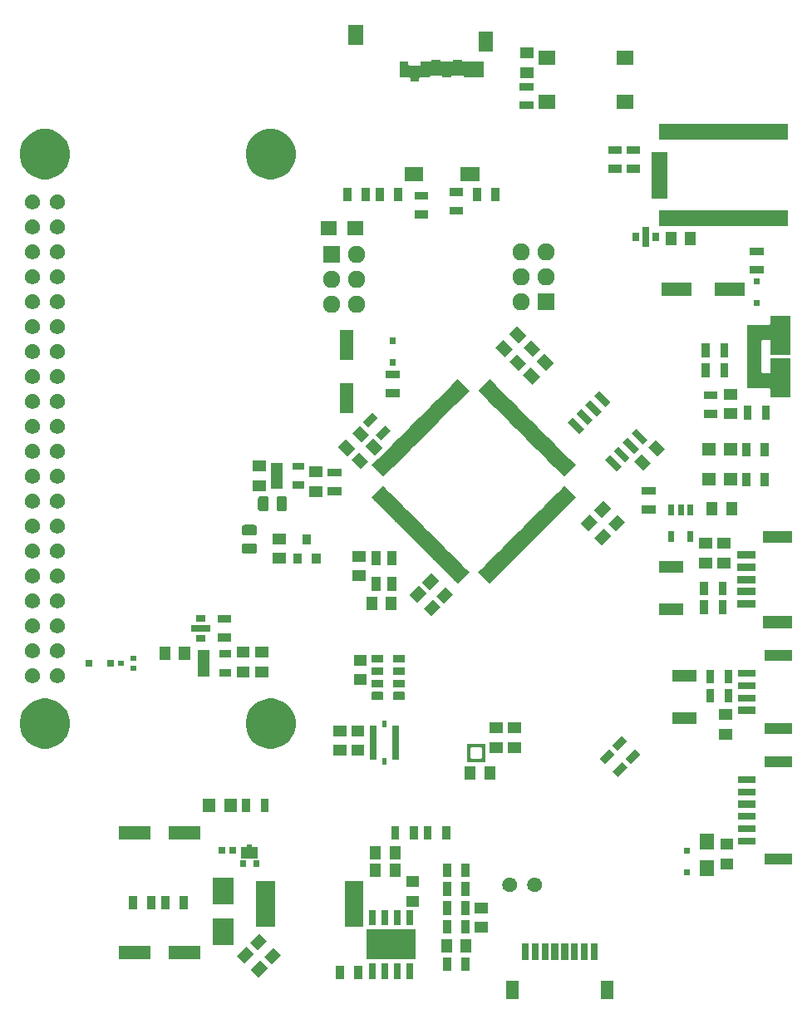
<source format=gbr>
G04 #@! TF.GenerationSoftware,KiCad,Pcbnew,(5.1.5)-3*
G04 #@! TF.CreationDate,2020-10-24T15:22:03-04:00*
G04 #@! TF.ProjectId,flight_computer,666c6967-6874-45f6-936f-6d7075746572,rev?*
G04 #@! TF.SameCoordinates,Original*
G04 #@! TF.FileFunction,Soldermask,Top*
G04 #@! TF.FilePolarity,Negative*
%FSLAX46Y46*%
G04 Gerber Fmt 4.6, Leading zero omitted, Abs format (unit mm)*
G04 Created by KiCad (PCBNEW (5.1.5)-3) date 2020-10-24 15:22:03*
%MOMM*%
%LPD*%
G04 APERTURE LIST*
%ADD10C,0.010000*%
%ADD11C,0.100000*%
%ADD12C,0.152400*%
G04 APERTURE END LIST*
D10*
G36*
X102984745Y-146042000D02*
G01*
X103486000Y-146042000D01*
X103486000Y-146643530D01*
X102984745Y-146643530D01*
X102984745Y-146042000D01*
G37*
X102984745Y-146042000D02*
X103486000Y-146042000D01*
X103486000Y-146643530D01*
X102984745Y-146643530D01*
X102984745Y-146042000D01*
G36*
X104286507Y-146042000D02*
G01*
X104786000Y-146042000D01*
X104786000Y-146643390D01*
X104286507Y-146643390D01*
X104286507Y-146042000D01*
G37*
X104286507Y-146042000D02*
X104786000Y-146042000D01*
X104786000Y-146643390D01*
X104286507Y-146643390D01*
X104286507Y-146042000D01*
D11*
G36*
X104736000Y-145892000D02*
G01*
X103036000Y-145892000D01*
X103036000Y-144692000D01*
X103636000Y-144692000D01*
X103636000Y-144442000D01*
X104136000Y-144442000D01*
X104136000Y-144692000D01*
X104736000Y-144692000D01*
X104736000Y-145892000D01*
G37*
D12*
X116839141Y-153425040D02*
X119843139Y-153425040D01*
X119843139Y-153425040D02*
X119852503Y-153425962D01*
X119852503Y-153425962D02*
X119861508Y-153428692D01*
X119861508Y-153428692D02*
X119869806Y-153433130D01*
X119869806Y-153433130D02*
X119877081Y-153439099D01*
X119877081Y-153439099D02*
X119883050Y-153446373D01*
X119883050Y-153446373D02*
X119887487Y-153454672D01*
X119887487Y-153454672D02*
X119890217Y-153463676D01*
X119890217Y-153463676D02*
X119891139Y-153473041D01*
X119891139Y-153473041D02*
X119891139Y-155777039D01*
X119891139Y-155777039D02*
X119890217Y-155786404D01*
X119890217Y-155786404D02*
X119887487Y-155795408D01*
X119887487Y-155795408D02*
X119883050Y-155803707D01*
X119883050Y-155803707D02*
X119877081Y-155810981D01*
X119877081Y-155810981D02*
X119869806Y-155816950D01*
X119869806Y-155816950D02*
X119861508Y-155821388D01*
X119861508Y-155821388D02*
X119852503Y-155824118D01*
X119852503Y-155824118D02*
X119843139Y-155825040D01*
X119843139Y-155825040D02*
X116839141Y-155825040D01*
X116839141Y-155825040D02*
X116829777Y-155824118D01*
X116829777Y-155824118D02*
X116820772Y-155821388D01*
X116820772Y-155821388D02*
X116812474Y-155816950D01*
X116812474Y-155816950D02*
X116805199Y-155810981D01*
X116805199Y-155810981D02*
X116799230Y-155803707D01*
X116799230Y-155803707D02*
X116794793Y-155795408D01*
X116794793Y-155795408D02*
X116792063Y-155786404D01*
X116792063Y-155786404D02*
X116791141Y-155777039D01*
X116791141Y-155777039D02*
X116791141Y-153473041D01*
X116791141Y-153473041D02*
X116792063Y-153463676D01*
X116792063Y-153463676D02*
X116794793Y-153454672D01*
X116794793Y-153454672D02*
X116799230Y-153446373D01*
X116799230Y-153446373D02*
X116805199Y-153439099D01*
X116805199Y-153439099D02*
X116812474Y-153433130D01*
X116812474Y-153433130D02*
X116820772Y-153428692D01*
X116820772Y-153428692D02*
X116829777Y-153425962D01*
X116829777Y-153425962D02*
X116839141Y-153425040D01*
X116379900Y-125231200D02*
X116379900Y-125840800D01*
X116379900Y-125840800D02*
X117472100Y-125840800D01*
X117472100Y-125840800D02*
X117472100Y-125231200D01*
X117472100Y-125231200D02*
X116379900Y-125231200D01*
X116379900Y-126481200D02*
X116379900Y-127090800D01*
X116379900Y-127090800D02*
X117472100Y-127090800D01*
X117472100Y-127090800D02*
X117472100Y-126481200D01*
X117472100Y-126481200D02*
X116379900Y-126481200D01*
X116379900Y-127731200D02*
X116379900Y-128340800D01*
X116379900Y-128340800D02*
X117472100Y-128340800D01*
X117472100Y-128340800D02*
X117472100Y-127731200D01*
X117472100Y-127731200D02*
X116379900Y-127731200D01*
X116379900Y-128981200D02*
X116379900Y-129590800D01*
X116379900Y-129590800D02*
X117472100Y-129590800D01*
X117472100Y-129590800D02*
X117472100Y-128981200D01*
X117472100Y-128981200D02*
X116379900Y-128981200D01*
X118579900Y-128981200D02*
X118579900Y-129590800D01*
X118579900Y-129590800D02*
X119672100Y-129590800D01*
X119672100Y-129590800D02*
X119672100Y-128981200D01*
X119672100Y-128981200D02*
X118579900Y-128981200D01*
X118579900Y-127731200D02*
X118579900Y-128340800D01*
X118579900Y-128340800D02*
X119672100Y-128340800D01*
X119672100Y-128340800D02*
X119672100Y-127731200D01*
X119672100Y-127731200D02*
X118579900Y-127731200D01*
X118579900Y-126481200D02*
X118579900Y-127090800D01*
X118579900Y-127090800D02*
X119672100Y-127090800D01*
X119672100Y-127090800D02*
X119672100Y-126481200D01*
X119672100Y-126481200D02*
X118579900Y-126481200D01*
X118579900Y-125231200D02*
X118579900Y-125840800D01*
X118579900Y-125840800D02*
X119672100Y-125840800D01*
X119672100Y-125840800D02*
X119672100Y-125231200D01*
X119672100Y-125231200D02*
X118579900Y-125231200D01*
D11*
G36*
X140960000Y-160198000D02*
G01*
X139658000Y-160198000D01*
X139658000Y-158296000D01*
X140960000Y-158296000D01*
X140960000Y-160198000D01*
G37*
G36*
X131360000Y-160198000D02*
G01*
X130058000Y-160198000D01*
X130058000Y-158296000D01*
X131360000Y-158296000D01*
X131360000Y-160198000D01*
G37*
G36*
X113497000Y-158181000D02*
G01*
X112695000Y-158181000D01*
X112695000Y-156779000D01*
X113497000Y-156779000D01*
X113497000Y-158181000D01*
G37*
G36*
X115397000Y-158181000D02*
G01*
X114595000Y-158181000D01*
X114595000Y-156779000D01*
X115397000Y-156779000D01*
X115397000Y-158181000D01*
G37*
G36*
X116787139Y-158126038D02*
G01*
X116085141Y-158126038D01*
X116085141Y-156574038D01*
X116787139Y-156574038D01*
X116787139Y-158126038D01*
G37*
G36*
X118057139Y-158126038D02*
G01*
X117355141Y-158126038D01*
X117355141Y-156574038D01*
X118057139Y-156574038D01*
X118057139Y-158126038D01*
G37*
G36*
X120597139Y-158126038D02*
G01*
X119895141Y-158126038D01*
X119895141Y-156574038D01*
X120597139Y-156574038D01*
X120597139Y-158126038D01*
G37*
G36*
X119327139Y-158126038D02*
G01*
X118625141Y-158126038D01*
X118625141Y-156574038D01*
X119327139Y-156574038D01*
X119327139Y-158126038D01*
G37*
G36*
X105786834Y-157027826D02*
G01*
X104830826Y-157983834D01*
X104051594Y-157204602D01*
X105007602Y-156248594D01*
X105786834Y-157027826D01*
G37*
G36*
X124419000Y-157355500D02*
G01*
X123617000Y-157355500D01*
X123617000Y-155953500D01*
X124419000Y-155953500D01*
X124419000Y-157355500D01*
G37*
G36*
X126319000Y-157355500D02*
G01*
X125517000Y-157355500D01*
X125517000Y-155953500D01*
X126319000Y-155953500D01*
X126319000Y-157355500D01*
G37*
G36*
X107111727Y-155685719D02*
G01*
X106155719Y-156641727D01*
X105376487Y-155862495D01*
X106332495Y-154906487D01*
X107111727Y-155685719D01*
G37*
G36*
X104372620Y-155613612D02*
G01*
X103416612Y-156569620D01*
X102637380Y-155790388D01*
X103593388Y-154834380D01*
X104372620Y-155613612D01*
G37*
G36*
X135360000Y-156198000D02*
G01*
X134658000Y-156198000D01*
X134658000Y-154546000D01*
X135360000Y-154546000D01*
X135360000Y-156198000D01*
G37*
G36*
X132360000Y-156198000D02*
G01*
X131658000Y-156198000D01*
X131658000Y-154546000D01*
X132360000Y-154546000D01*
X132360000Y-156198000D01*
G37*
G36*
X133360000Y-156198000D02*
G01*
X132658000Y-156198000D01*
X132658000Y-154546000D01*
X133360000Y-154546000D01*
X133360000Y-156198000D01*
G37*
G36*
X139360000Y-156198000D02*
G01*
X138658000Y-156198000D01*
X138658000Y-154546000D01*
X139360000Y-154546000D01*
X139360000Y-156198000D01*
G37*
G36*
X138360000Y-156198000D02*
G01*
X137658000Y-156198000D01*
X137658000Y-154546000D01*
X138360000Y-154546000D01*
X138360000Y-156198000D01*
G37*
G36*
X137360000Y-156198000D02*
G01*
X136658000Y-156198000D01*
X136658000Y-154546000D01*
X137360000Y-154546000D01*
X137360000Y-156198000D01*
G37*
G36*
X136360000Y-156198000D02*
G01*
X135658000Y-156198000D01*
X135658000Y-154546000D01*
X136360000Y-154546000D01*
X136360000Y-156198000D01*
G37*
G36*
X134360000Y-156198000D02*
G01*
X133658000Y-156198000D01*
X133658000Y-154546000D01*
X134360000Y-154546000D01*
X134360000Y-156198000D01*
G37*
G36*
X120842140Y-156151039D02*
G01*
X115840140Y-156151039D01*
X115840140Y-153099041D01*
X120842140Y-153099041D01*
X120842140Y-156151039D01*
G37*
G36*
X98895100Y-156108600D02*
G01*
X95694300Y-156108600D01*
X95694300Y-154787400D01*
X98895100Y-154787400D01*
X98895100Y-156108600D01*
G37*
G36*
X93789700Y-156108600D02*
G01*
X90588900Y-156108600D01*
X90588900Y-154787400D01*
X93789700Y-154787400D01*
X93789700Y-156108600D01*
G37*
G36*
X124519000Y-155425500D02*
G01*
X123417000Y-155425500D01*
X123417000Y-154073500D01*
X124519000Y-154073500D01*
X124519000Y-155425500D01*
G37*
G36*
X126519000Y-155425500D02*
G01*
X125417000Y-155425500D01*
X125417000Y-154073500D01*
X126519000Y-154073500D01*
X126519000Y-155425500D01*
G37*
G36*
X105697513Y-154271505D02*
G01*
X104741505Y-155227513D01*
X103962273Y-154448281D01*
X104918281Y-153492273D01*
X105697513Y-154271505D01*
G37*
G36*
X102285000Y-154723000D02*
G01*
X100153000Y-154723000D01*
X100153000Y-151971000D01*
X102285000Y-151971000D01*
X102285000Y-154723000D01*
G37*
G36*
X126319000Y-153545500D02*
G01*
X125517000Y-153545500D01*
X125517000Y-152143500D01*
X126319000Y-152143500D01*
X126319000Y-153545500D01*
G37*
G36*
X124419000Y-153545500D02*
G01*
X123617000Y-153545500D01*
X123617000Y-152143500D01*
X124419000Y-152143500D01*
X124419000Y-153545500D01*
G37*
G36*
X128184000Y-153443000D02*
G01*
X126832000Y-153443000D01*
X126832000Y-152341000D01*
X128184000Y-152341000D01*
X128184000Y-153443000D01*
G37*
G36*
X106505000Y-152846000D02*
G01*
X104603000Y-152846000D01*
X104603000Y-148144000D01*
X106505000Y-148144000D01*
X106505000Y-152846000D01*
G37*
G36*
X115505000Y-152846000D02*
G01*
X113603000Y-152846000D01*
X113603000Y-148144000D01*
X115505000Y-148144000D01*
X115505000Y-152846000D01*
G37*
G36*
X119327139Y-152676039D02*
G01*
X118625141Y-152676039D01*
X118625141Y-151124039D01*
X119327139Y-151124039D01*
X119327139Y-152676039D01*
G37*
G36*
X116787139Y-152676039D02*
G01*
X116085141Y-152676039D01*
X116085141Y-151124039D01*
X116787139Y-151124039D01*
X116787139Y-152676039D01*
G37*
G36*
X118057139Y-152676039D02*
G01*
X117355141Y-152676039D01*
X117355141Y-151124039D01*
X118057139Y-151124039D01*
X118057139Y-152676039D01*
G37*
G36*
X120597139Y-152676039D02*
G01*
X119895141Y-152676039D01*
X119895141Y-151124039D01*
X120597139Y-151124039D01*
X120597139Y-152676039D01*
G37*
G36*
X126319000Y-151627800D02*
G01*
X125517000Y-151627800D01*
X125517000Y-150225800D01*
X126319000Y-150225800D01*
X126319000Y-151627800D01*
G37*
G36*
X124419000Y-151627800D02*
G01*
X123617000Y-151627800D01*
X123617000Y-150225800D01*
X124419000Y-150225800D01*
X124419000Y-151627800D01*
G37*
G36*
X128184000Y-151443000D02*
G01*
X126832000Y-151443000D01*
X126832000Y-150341000D01*
X128184000Y-150341000D01*
X128184000Y-151443000D01*
G37*
G36*
X92415000Y-151069000D02*
G01*
X91613000Y-151069000D01*
X91613000Y-149667000D01*
X92415000Y-149667000D01*
X92415000Y-151069000D01*
G37*
G36*
X94315000Y-151069000D02*
G01*
X93513000Y-151069000D01*
X93513000Y-149667000D01*
X94315000Y-149667000D01*
X94315000Y-151069000D01*
G37*
G36*
X95717000Y-151069000D02*
G01*
X94915000Y-151069000D01*
X94915000Y-149667000D01*
X95717000Y-149667000D01*
X95717000Y-151069000D01*
G37*
G36*
X97617000Y-151069000D02*
G01*
X96815000Y-151069000D01*
X96815000Y-149667000D01*
X97617000Y-149667000D01*
X97617000Y-151069000D01*
G37*
G36*
X121199000Y-150776000D02*
G01*
X119847000Y-150776000D01*
X119847000Y-149674000D01*
X121199000Y-149674000D01*
X121199000Y-150776000D01*
G37*
G36*
X102285000Y-150543000D02*
G01*
X100153000Y-150543000D01*
X100153000Y-147791000D01*
X102285000Y-147791000D01*
X102285000Y-150543000D01*
G37*
G36*
X126319000Y-149697400D02*
G01*
X125517000Y-149697400D01*
X125517000Y-148295400D01*
X126319000Y-148295400D01*
X126319000Y-149697400D01*
G37*
G36*
X124419000Y-149697400D02*
G01*
X123617000Y-149697400D01*
X123617000Y-148295400D01*
X124419000Y-148295400D01*
X124419000Y-149697400D01*
G37*
G36*
X133023955Y-147791000D02*
G01*
X133162221Y-147818502D01*
X133298622Y-147875001D01*
X133421379Y-147957025D01*
X133525775Y-148061421D01*
X133607799Y-148184178D01*
X133664298Y-148320579D01*
X133693100Y-148465381D01*
X133693100Y-148613019D01*
X133664298Y-148757821D01*
X133607799Y-148894222D01*
X133525775Y-149016979D01*
X133421379Y-149121375D01*
X133298622Y-149203399D01*
X133162221Y-149259898D01*
X133038025Y-149284601D01*
X133017420Y-149288700D01*
X132869780Y-149288700D01*
X132849175Y-149284601D01*
X132724979Y-149259898D01*
X132588578Y-149203399D01*
X132465821Y-149121375D01*
X132361425Y-149016979D01*
X132279401Y-148894222D01*
X132222902Y-148757821D01*
X132194100Y-148613019D01*
X132194100Y-148465381D01*
X132222902Y-148320579D01*
X132279401Y-148184178D01*
X132361425Y-148061421D01*
X132465821Y-147957025D01*
X132588578Y-147875001D01*
X132724979Y-147818502D01*
X132863245Y-147791000D01*
X132869780Y-147789700D01*
X133017420Y-147789700D01*
X133023955Y-147791000D01*
G37*
G36*
X130483955Y-147791000D02*
G01*
X130622221Y-147818502D01*
X130758622Y-147875001D01*
X130881379Y-147957025D01*
X130985775Y-148061421D01*
X131067799Y-148184178D01*
X131124298Y-148320579D01*
X131153100Y-148465381D01*
X131153100Y-148613019D01*
X131124298Y-148757821D01*
X131067799Y-148894222D01*
X130985775Y-149016979D01*
X130881379Y-149121375D01*
X130758622Y-149203399D01*
X130622221Y-149259898D01*
X130498025Y-149284601D01*
X130477420Y-149288700D01*
X130329780Y-149288700D01*
X130309175Y-149284601D01*
X130184979Y-149259898D01*
X130048578Y-149203399D01*
X129925821Y-149121375D01*
X129821425Y-149016979D01*
X129739401Y-148894222D01*
X129682902Y-148757821D01*
X129654100Y-148613019D01*
X129654100Y-148465381D01*
X129682902Y-148320579D01*
X129739401Y-148184178D01*
X129821425Y-148061421D01*
X129925821Y-147957025D01*
X130048578Y-147875001D01*
X130184979Y-147818502D01*
X130323245Y-147791000D01*
X130329780Y-147789700D01*
X130477420Y-147789700D01*
X130483955Y-147791000D01*
G37*
G36*
X121199000Y-148776000D02*
G01*
X119847000Y-148776000D01*
X119847000Y-147674000D01*
X121199000Y-147674000D01*
X121199000Y-148776000D01*
G37*
G36*
X124419000Y-147767000D02*
G01*
X123617000Y-147767000D01*
X123617000Y-146365000D01*
X124419000Y-146365000D01*
X124419000Y-147767000D01*
G37*
G36*
X126319000Y-147767000D02*
G01*
X125517000Y-147767000D01*
X125517000Y-146365000D01*
X126319000Y-146365000D01*
X126319000Y-147767000D01*
G37*
G36*
X119280000Y-147742000D02*
G01*
X118178000Y-147742000D01*
X118178000Y-146390000D01*
X119280000Y-146390000D01*
X119280000Y-147742000D01*
G37*
G36*
X117280000Y-147742000D02*
G01*
X116178000Y-147742000D01*
X116178000Y-146390000D01*
X117280000Y-146390000D01*
X117280000Y-147742000D01*
G37*
G36*
X151196000Y-147646000D02*
G01*
X149794000Y-147646000D01*
X149794000Y-146044000D01*
X151196000Y-146044000D01*
X151196000Y-147646000D01*
G37*
G36*
X148764000Y-147578000D02*
G01*
X148162000Y-147578000D01*
X148162000Y-146976000D01*
X148764000Y-146976000D01*
X148764000Y-147578000D01*
G37*
G36*
X153203000Y-146966000D02*
G01*
X151851000Y-146966000D01*
X151851000Y-145864000D01*
X153203000Y-145864000D01*
X153203000Y-146966000D01*
G37*
G36*
X159190000Y-146496000D02*
G01*
X156388000Y-146496000D01*
X156388000Y-145394000D01*
X159190000Y-145394000D01*
X159190000Y-146496000D01*
G37*
G36*
X119280000Y-145964000D02*
G01*
X118178000Y-145964000D01*
X118178000Y-144612000D01*
X119280000Y-144612000D01*
X119280000Y-145964000D01*
G37*
G36*
X117280000Y-145964000D02*
G01*
X116178000Y-145964000D01*
X116178000Y-144612000D01*
X117280000Y-144612000D01*
X117280000Y-145964000D01*
G37*
G36*
X104737000Y-145839000D02*
G01*
X103035000Y-145839000D01*
X103035000Y-144737000D01*
X104737000Y-144737000D01*
X104737000Y-145839000D01*
G37*
G36*
X148764000Y-145378000D02*
G01*
X148162000Y-145378000D01*
X148162000Y-144776000D01*
X148764000Y-144776000D01*
X148764000Y-145378000D01*
G37*
G36*
X101443000Y-145335000D02*
G01*
X100741000Y-145335000D01*
X100741000Y-144733000D01*
X101443000Y-144733000D01*
X101443000Y-145335000D01*
G37*
G36*
X102543000Y-145335000D02*
G01*
X101841000Y-145335000D01*
X101841000Y-144733000D01*
X102543000Y-144733000D01*
X102543000Y-145335000D01*
G37*
G36*
X153203000Y-144966000D02*
G01*
X151851000Y-144966000D01*
X151851000Y-143864000D01*
X153203000Y-143864000D01*
X153203000Y-144966000D01*
G37*
G36*
X151196000Y-144946000D02*
G01*
X149794000Y-144946000D01*
X149794000Y-143344000D01*
X151196000Y-143344000D01*
X151196000Y-144946000D01*
G37*
G36*
X155490000Y-144446000D02*
G01*
X153688000Y-144446000D01*
X153688000Y-143744000D01*
X155490000Y-143744000D01*
X155490000Y-144446000D01*
G37*
G36*
X122455540Y-143969700D02*
G01*
X121653540Y-143969700D01*
X121653540Y-142567700D01*
X122455540Y-142567700D01*
X122455540Y-143969700D01*
G37*
G36*
X124355540Y-143969700D02*
G01*
X123553540Y-143969700D01*
X123553540Y-142567700D01*
X124355540Y-142567700D01*
X124355540Y-143969700D01*
G37*
G36*
X121051000Y-143957000D02*
G01*
X120249000Y-143957000D01*
X120249000Y-142555000D01*
X121051000Y-142555000D01*
X121051000Y-143957000D01*
G37*
G36*
X119151000Y-143957000D02*
G01*
X118349000Y-143957000D01*
X118349000Y-142555000D01*
X119151000Y-142555000D01*
X119151000Y-143957000D01*
G37*
G36*
X98895100Y-143916600D02*
G01*
X95694300Y-143916600D01*
X95694300Y-142595400D01*
X98895100Y-142595400D01*
X98895100Y-143916600D01*
G37*
G36*
X93789700Y-143916600D02*
G01*
X90588900Y-143916600D01*
X90588900Y-142595400D01*
X93789700Y-142595400D01*
X93789700Y-143916600D01*
G37*
G36*
X155490000Y-143196000D02*
G01*
X153688000Y-143196000D01*
X153688000Y-142494000D01*
X155490000Y-142494000D01*
X155490000Y-143196000D01*
G37*
G36*
X155490000Y-141946000D02*
G01*
X153688000Y-141946000D01*
X153688000Y-141244000D01*
X155490000Y-141244000D01*
X155490000Y-141946000D01*
G37*
G36*
X103946600Y-141163000D02*
G01*
X103144600Y-141163000D01*
X103144600Y-139761000D01*
X103946600Y-139761000D01*
X103946600Y-141163000D01*
G37*
G36*
X105846600Y-141163000D02*
G01*
X105044600Y-141163000D01*
X105044600Y-139761000D01*
X105846600Y-139761000D01*
X105846600Y-141163000D01*
G37*
G36*
X100452500Y-141113000D02*
G01*
X99150500Y-141113000D01*
X99150500Y-139811000D01*
X100452500Y-139811000D01*
X100452500Y-141113000D01*
G37*
G36*
X102652500Y-141113000D02*
G01*
X101350500Y-141113000D01*
X101350500Y-139811000D01*
X102652500Y-139811000D01*
X102652500Y-141113000D01*
G37*
G36*
X155490000Y-140696000D02*
G01*
X153688000Y-140696000D01*
X153688000Y-139994000D01*
X155490000Y-139994000D01*
X155490000Y-140696000D01*
G37*
G36*
X155490000Y-139446000D02*
G01*
X153688000Y-139446000D01*
X153688000Y-138744000D01*
X155490000Y-138744000D01*
X155490000Y-139446000D01*
G37*
G36*
X155490000Y-138196000D02*
G01*
X153688000Y-138196000D01*
X153688000Y-137494000D01*
X155490000Y-137494000D01*
X155490000Y-138196000D01*
G37*
G36*
X128932000Y-137836000D02*
G01*
X127830000Y-137836000D01*
X127830000Y-136484000D01*
X128932000Y-136484000D01*
X128932000Y-137836000D01*
G37*
G36*
X126932000Y-137836000D02*
G01*
X125830000Y-137836000D01*
X125830000Y-136484000D01*
X126932000Y-136484000D01*
X126932000Y-137836000D01*
G37*
G36*
X142418483Y-136603619D02*
G01*
X141427119Y-137594983D01*
X140860019Y-137027883D01*
X141851383Y-136036519D01*
X142418483Y-136603619D01*
G37*
G36*
X159190000Y-136546000D02*
G01*
X156388000Y-136546000D01*
X156388000Y-135444000D01*
X159190000Y-135444000D01*
X159190000Y-136546000D01*
G37*
G36*
X117883880Y-136294420D02*
G01*
X117431880Y-136294420D01*
X117431880Y-135612420D01*
X117883880Y-135612420D01*
X117883880Y-136294420D01*
G37*
G36*
X143754483Y-135270119D02*
G01*
X142763119Y-136261483D01*
X142196019Y-135694383D01*
X143187383Y-134703019D01*
X143754483Y-135270119D01*
G37*
G36*
X141074981Y-135260117D02*
G01*
X140083617Y-136251481D01*
X139516517Y-135684381D01*
X140507881Y-134693017D01*
X141074981Y-135260117D01*
G37*
G36*
X127938501Y-136054001D02*
G01*
X126061499Y-136054001D01*
X126061499Y-134678998D01*
X126438499Y-134678998D01*
X126438499Y-135577002D01*
X126440901Y-135601388D01*
X126448014Y-135624837D01*
X126459565Y-135646448D01*
X126475110Y-135665390D01*
X126494052Y-135680935D01*
X126515663Y-135692486D01*
X126539112Y-135699599D01*
X126563498Y-135702001D01*
X127436502Y-135702001D01*
X127460888Y-135699599D01*
X127484337Y-135692486D01*
X127505948Y-135680935D01*
X127524890Y-135665390D01*
X127540435Y-135646448D01*
X127551986Y-135624837D01*
X127559099Y-135601388D01*
X127561501Y-135577002D01*
X127561501Y-134678998D01*
X127559099Y-134654612D01*
X127551986Y-134631163D01*
X127540435Y-134609552D01*
X127524890Y-134590610D01*
X127505948Y-134575065D01*
X127484337Y-134563514D01*
X127460888Y-134556401D01*
X127436502Y-134553999D01*
X126563498Y-134553999D01*
X126539112Y-134556401D01*
X126515663Y-134563514D01*
X126494052Y-134575065D01*
X126475110Y-134590610D01*
X126459565Y-134609552D01*
X126448014Y-134631163D01*
X126440901Y-134654612D01*
X126438499Y-134678998D01*
X126061499Y-134678998D01*
X126061499Y-134201999D01*
X127938501Y-134201999D01*
X127938501Y-136054001D01*
G37*
G36*
X119158880Y-135769420D02*
G01*
X118476880Y-135769420D01*
X118476880Y-132317420D01*
X119158880Y-132317420D01*
X119158880Y-135769420D01*
G37*
G36*
X116838880Y-135769420D02*
G01*
X116156880Y-135769420D01*
X116156880Y-132317420D01*
X116838880Y-132317420D01*
X116838880Y-135769420D01*
G37*
G36*
X113769500Y-135409000D02*
G01*
X112417500Y-135409000D01*
X112417500Y-134307000D01*
X113769500Y-134307000D01*
X113769500Y-135409000D01*
G37*
G36*
X115611000Y-135409000D02*
G01*
X114259000Y-135409000D01*
X114259000Y-134307000D01*
X115611000Y-134307000D01*
X115611000Y-135409000D01*
G37*
G36*
X131549500Y-135091500D02*
G01*
X130197500Y-135091500D01*
X130197500Y-133989500D01*
X131549500Y-133989500D01*
X131549500Y-135091500D01*
G37*
G36*
X129708000Y-135091500D02*
G01*
X128356000Y-135091500D01*
X128356000Y-133989500D01*
X129708000Y-133989500D01*
X129708000Y-135091500D01*
G37*
G36*
X142410981Y-133926617D02*
G01*
X141419617Y-134917981D01*
X140852517Y-134350881D01*
X141843881Y-133359517D01*
X142410981Y-133926617D01*
G37*
G36*
X83802098Y-129671033D02*
G01*
X84266350Y-129863332D01*
X84266352Y-129863333D01*
X84684168Y-130142509D01*
X85039491Y-130497832D01*
X85318667Y-130915648D01*
X85318668Y-130915650D01*
X85510967Y-131379902D01*
X85609000Y-131872747D01*
X85609000Y-132375253D01*
X85510967Y-132868098D01*
X85418431Y-133091500D01*
X85318667Y-133332352D01*
X85039491Y-133750168D01*
X84684168Y-134105491D01*
X84266352Y-134384667D01*
X84266351Y-134384668D01*
X84266350Y-134384668D01*
X83802098Y-134576967D01*
X83309253Y-134675000D01*
X82806747Y-134675000D01*
X82313902Y-134576967D01*
X81849650Y-134384668D01*
X81849649Y-134384668D01*
X81849648Y-134384667D01*
X81431832Y-134105491D01*
X81076509Y-133750168D01*
X80797333Y-133332352D01*
X80697569Y-133091500D01*
X80605033Y-132868098D01*
X80507000Y-132375253D01*
X80507000Y-131872747D01*
X80605033Y-131379902D01*
X80797332Y-130915650D01*
X80797333Y-130915648D01*
X81076509Y-130497832D01*
X81431832Y-130142509D01*
X81849648Y-129863333D01*
X81849650Y-129863332D01*
X82313902Y-129671033D01*
X82806747Y-129573000D01*
X83309253Y-129573000D01*
X83802098Y-129671033D01*
G37*
G36*
X106802098Y-129671033D02*
G01*
X107266350Y-129863332D01*
X107266352Y-129863333D01*
X107684168Y-130142509D01*
X108039491Y-130497832D01*
X108318667Y-130915648D01*
X108318668Y-130915650D01*
X108510967Y-131379902D01*
X108609000Y-131872747D01*
X108609000Y-132375253D01*
X108510967Y-132868098D01*
X108418431Y-133091500D01*
X108318667Y-133332352D01*
X108039491Y-133750168D01*
X107684168Y-134105491D01*
X107266352Y-134384667D01*
X107266351Y-134384668D01*
X107266350Y-134384668D01*
X106802098Y-134576967D01*
X106309253Y-134675000D01*
X105806747Y-134675000D01*
X105313902Y-134576967D01*
X104849650Y-134384668D01*
X104849649Y-134384668D01*
X104849648Y-134384667D01*
X104431832Y-134105491D01*
X104076509Y-133750168D01*
X103797333Y-133332352D01*
X103697569Y-133091500D01*
X103605033Y-132868098D01*
X103507000Y-132375253D01*
X103507000Y-131872747D01*
X103605033Y-131379902D01*
X103797332Y-130915650D01*
X103797333Y-130915648D01*
X104076509Y-130497832D01*
X104431832Y-130142509D01*
X104849648Y-129863333D01*
X104849650Y-129863332D01*
X105313902Y-129671033D01*
X105806747Y-129573000D01*
X106309253Y-129573000D01*
X106802098Y-129671033D01*
G37*
G36*
X153076000Y-133758000D02*
G01*
X151724000Y-133758000D01*
X151724000Y-132656000D01*
X153076000Y-132656000D01*
X153076000Y-133758000D01*
G37*
G36*
X113769500Y-133409000D02*
G01*
X112417500Y-133409000D01*
X112417500Y-132307000D01*
X113769500Y-132307000D01*
X113769500Y-133409000D01*
G37*
G36*
X115611000Y-133409000D02*
G01*
X114259000Y-133409000D01*
X114259000Y-132307000D01*
X115611000Y-132307000D01*
X115611000Y-133409000D01*
G37*
G36*
X159171000Y-133181000D02*
G01*
X156369000Y-133181000D01*
X156369000Y-132079000D01*
X159171000Y-132079000D01*
X159171000Y-133181000D01*
G37*
G36*
X131549500Y-133091500D02*
G01*
X130197500Y-133091500D01*
X130197500Y-131989500D01*
X131549500Y-131989500D01*
X131549500Y-133091500D01*
G37*
G36*
X129708000Y-133091500D02*
G01*
X128356000Y-133091500D01*
X128356000Y-131989500D01*
X129708000Y-131989500D01*
X129708000Y-133091500D01*
G37*
G36*
X117883880Y-132474420D02*
G01*
X117431880Y-132474420D01*
X117431880Y-131792420D01*
X117883880Y-131792420D01*
X117883880Y-132474420D01*
G37*
G36*
X149435000Y-132164000D02*
G01*
X146983000Y-132164000D01*
X146983000Y-130962000D01*
X149435000Y-130962000D01*
X149435000Y-132164000D01*
G37*
G36*
X153076000Y-131758000D02*
G01*
X151724000Y-131758000D01*
X151724000Y-130656000D01*
X153076000Y-130656000D01*
X153076000Y-131758000D01*
G37*
G36*
X155471000Y-131131000D02*
G01*
X153669000Y-131131000D01*
X153669000Y-130429000D01*
X155471000Y-130429000D01*
X155471000Y-131131000D01*
G37*
G36*
X151216000Y-129987000D02*
G01*
X150414000Y-129987000D01*
X150414000Y-128585000D01*
X151216000Y-128585000D01*
X151216000Y-129987000D01*
G37*
G36*
X153116000Y-129987000D02*
G01*
X152314000Y-129987000D01*
X152314000Y-128585000D01*
X153116000Y-128585000D01*
X153116000Y-129987000D01*
G37*
G36*
X155471000Y-129881000D02*
G01*
X153669000Y-129881000D01*
X153669000Y-129179000D01*
X155471000Y-129179000D01*
X155471000Y-129881000D01*
G37*
G36*
X119723100Y-129641800D02*
G01*
X118528900Y-129641800D01*
X118528900Y-128930200D01*
X119723100Y-128930200D01*
X119723100Y-129641800D01*
G37*
G36*
X117523100Y-129641800D02*
G01*
X116328900Y-129641800D01*
X116328900Y-128930200D01*
X117523100Y-128930200D01*
X117523100Y-129641800D01*
G37*
G36*
X155471000Y-128631000D02*
G01*
X153669000Y-128631000D01*
X153669000Y-127929000D01*
X155471000Y-127929000D01*
X155471000Y-128631000D01*
G37*
G36*
X119723100Y-128391800D02*
G01*
X118528900Y-128391800D01*
X118528900Y-127680200D01*
X119723100Y-127680200D01*
X119723100Y-128391800D01*
G37*
G36*
X117523100Y-128391800D02*
G01*
X116328900Y-128391800D01*
X116328900Y-127680200D01*
X117523100Y-127680200D01*
X117523100Y-128391800D01*
G37*
G36*
X115865000Y-128220800D02*
G01*
X114513000Y-128220800D01*
X114513000Y-127118800D01*
X115865000Y-127118800D01*
X115865000Y-128220800D01*
G37*
G36*
X151216000Y-128056600D02*
G01*
X150414000Y-128056600D01*
X150414000Y-126654600D01*
X151216000Y-126654600D01*
X151216000Y-128056600D01*
G37*
G36*
X153116000Y-128056600D02*
G01*
X152314000Y-128056600D01*
X152314000Y-126654600D01*
X153116000Y-126654600D01*
X153116000Y-128056600D01*
G37*
G36*
X84422425Y-126508599D02*
G01*
X84546621Y-126533302D01*
X84683022Y-126589801D01*
X84805779Y-126671825D01*
X84910175Y-126776221D01*
X84992199Y-126898978D01*
X85048698Y-127035379D01*
X85077500Y-127180181D01*
X85077500Y-127327819D01*
X85048698Y-127472621D01*
X84992199Y-127609022D01*
X84910175Y-127731779D01*
X84805779Y-127836175D01*
X84683022Y-127918199D01*
X84546621Y-127974698D01*
X84422425Y-127999401D01*
X84401820Y-128003500D01*
X84254180Y-128003500D01*
X84233575Y-127999401D01*
X84109379Y-127974698D01*
X83972978Y-127918199D01*
X83850221Y-127836175D01*
X83745825Y-127731779D01*
X83663801Y-127609022D01*
X83607302Y-127472621D01*
X83578500Y-127327819D01*
X83578500Y-127180181D01*
X83607302Y-127035379D01*
X83663801Y-126898978D01*
X83745825Y-126776221D01*
X83850221Y-126671825D01*
X83972978Y-126589801D01*
X84109379Y-126533302D01*
X84233575Y-126508599D01*
X84254180Y-126504500D01*
X84401820Y-126504500D01*
X84422425Y-126508599D01*
G37*
G36*
X81882425Y-126508599D02*
G01*
X82006621Y-126533302D01*
X82143022Y-126589801D01*
X82265779Y-126671825D01*
X82370175Y-126776221D01*
X82452199Y-126898978D01*
X82508698Y-127035379D01*
X82537500Y-127180181D01*
X82537500Y-127327819D01*
X82508698Y-127472621D01*
X82452199Y-127609022D01*
X82370175Y-127731779D01*
X82265779Y-127836175D01*
X82143022Y-127918199D01*
X82006621Y-127974698D01*
X81882425Y-127999401D01*
X81861820Y-128003500D01*
X81714180Y-128003500D01*
X81693575Y-127999401D01*
X81569379Y-127974698D01*
X81432978Y-127918199D01*
X81310221Y-127836175D01*
X81205825Y-127731779D01*
X81123801Y-127609022D01*
X81067302Y-127472621D01*
X81038500Y-127327819D01*
X81038500Y-127180181D01*
X81067302Y-127035379D01*
X81123801Y-126898978D01*
X81205825Y-126776221D01*
X81310221Y-126671825D01*
X81432978Y-126589801D01*
X81569379Y-126533302D01*
X81693575Y-126508599D01*
X81714180Y-126504500D01*
X81861820Y-126504500D01*
X81882425Y-126508599D01*
G37*
G36*
X149435000Y-127864000D02*
G01*
X146983000Y-127864000D01*
X146983000Y-126662000D01*
X149435000Y-126662000D01*
X149435000Y-127864000D01*
G37*
G36*
X103927000Y-127408000D02*
G01*
X102575000Y-127408000D01*
X102575000Y-126306000D01*
X103927000Y-126306000D01*
X103927000Y-127408000D01*
G37*
G36*
X105832000Y-127408000D02*
G01*
X104480000Y-127408000D01*
X104480000Y-126306000D01*
X105832000Y-126306000D01*
X105832000Y-127408000D01*
G37*
G36*
X155471000Y-127381000D02*
G01*
X153669000Y-127381000D01*
X153669000Y-126679000D01*
X155471000Y-126679000D01*
X155471000Y-127381000D01*
G37*
G36*
X102011000Y-127310000D02*
G01*
X100849000Y-127310000D01*
X100849000Y-126558000D01*
X102011000Y-126558000D01*
X102011000Y-127310000D01*
G37*
G36*
X99811000Y-127310000D02*
G01*
X98649000Y-127310000D01*
X98649000Y-124658000D01*
X99811000Y-124658000D01*
X99811000Y-127310000D01*
G37*
G36*
X119723100Y-127141800D02*
G01*
X118528900Y-127141800D01*
X118528900Y-126430200D01*
X119723100Y-126430200D01*
X119723100Y-127141800D01*
G37*
G36*
X117523100Y-127141800D02*
G01*
X116328900Y-127141800D01*
X116328900Y-126430200D01*
X117523100Y-126430200D01*
X117523100Y-127141800D01*
G37*
G36*
X92392700Y-126708100D02*
G01*
X91782700Y-126708100D01*
X91782700Y-126250500D01*
X92392700Y-126250500D01*
X92392700Y-126708100D01*
G37*
G36*
X87847000Y-126285000D02*
G01*
X87245000Y-126285000D01*
X87245000Y-125683000D01*
X87847000Y-125683000D01*
X87847000Y-126285000D01*
G37*
G36*
X90047000Y-126285000D02*
G01*
X89445000Y-126285000D01*
X89445000Y-125683000D01*
X90047000Y-125683000D01*
X90047000Y-126285000D01*
G37*
G36*
X115865000Y-126220800D02*
G01*
X114513000Y-126220800D01*
X114513000Y-125118800D01*
X115865000Y-125118800D01*
X115865000Y-126220800D01*
G37*
G36*
X91097300Y-126212800D02*
G01*
X90487300Y-126212800D01*
X90487300Y-125755200D01*
X91097300Y-125755200D01*
X91097300Y-126212800D01*
G37*
G36*
X117523100Y-125891800D02*
G01*
X116328900Y-125891800D01*
X116328900Y-125180200D01*
X117523100Y-125180200D01*
X117523100Y-125891800D01*
G37*
G36*
X119723100Y-125891800D02*
G01*
X118528900Y-125891800D01*
X118528900Y-125180200D01*
X119723100Y-125180200D01*
X119723100Y-125891800D01*
G37*
G36*
X159171000Y-125731000D02*
G01*
X156369000Y-125731000D01*
X156369000Y-124629000D01*
X159171000Y-124629000D01*
X159171000Y-125731000D01*
G37*
G36*
X92392700Y-125717500D02*
G01*
X91782700Y-125717500D01*
X91782700Y-125259900D01*
X92392700Y-125259900D01*
X92392700Y-125717500D01*
G37*
G36*
X97833000Y-125644000D02*
G01*
X96731000Y-125644000D01*
X96731000Y-124292000D01*
X97833000Y-124292000D01*
X97833000Y-125644000D01*
G37*
G36*
X95833000Y-125644000D02*
G01*
X94731000Y-125644000D01*
X94731000Y-124292000D01*
X95833000Y-124292000D01*
X95833000Y-125644000D01*
G37*
G36*
X84422425Y-123968599D02*
G01*
X84546621Y-123993302D01*
X84683022Y-124049801D01*
X84805779Y-124131825D01*
X84910175Y-124236221D01*
X84992199Y-124358978D01*
X85048698Y-124495379D01*
X85077500Y-124640181D01*
X85077500Y-124787819D01*
X85048698Y-124932621D01*
X84992199Y-125069022D01*
X84910175Y-125191779D01*
X84805779Y-125296175D01*
X84683022Y-125378199D01*
X84546621Y-125434698D01*
X84422425Y-125459401D01*
X84401820Y-125463500D01*
X84254180Y-125463500D01*
X84233575Y-125459401D01*
X84109379Y-125434698D01*
X83972978Y-125378199D01*
X83850221Y-125296175D01*
X83745825Y-125191779D01*
X83663801Y-125069022D01*
X83607302Y-124932621D01*
X83578500Y-124787819D01*
X83578500Y-124640181D01*
X83607302Y-124495379D01*
X83663801Y-124358978D01*
X83745825Y-124236221D01*
X83850221Y-124131825D01*
X83972978Y-124049801D01*
X84109379Y-123993302D01*
X84233575Y-123968599D01*
X84254180Y-123964500D01*
X84401820Y-123964500D01*
X84422425Y-123968599D01*
G37*
G36*
X81882425Y-123968599D02*
G01*
X82006621Y-123993302D01*
X82143022Y-124049801D01*
X82265779Y-124131825D01*
X82370175Y-124236221D01*
X82452199Y-124358978D01*
X82508698Y-124495379D01*
X82537500Y-124640181D01*
X82537500Y-124787819D01*
X82508698Y-124932621D01*
X82452199Y-125069022D01*
X82370175Y-125191779D01*
X82265779Y-125296175D01*
X82143022Y-125378199D01*
X82006621Y-125434698D01*
X81882425Y-125459401D01*
X81861820Y-125463500D01*
X81714180Y-125463500D01*
X81693575Y-125459401D01*
X81569379Y-125434698D01*
X81432978Y-125378199D01*
X81310221Y-125296175D01*
X81205825Y-125191779D01*
X81123801Y-125069022D01*
X81067302Y-124932621D01*
X81038500Y-124787819D01*
X81038500Y-124640181D01*
X81067302Y-124495379D01*
X81123801Y-124358978D01*
X81205825Y-124236221D01*
X81310221Y-124131825D01*
X81432978Y-124049801D01*
X81569379Y-123993302D01*
X81693575Y-123968599D01*
X81714180Y-123964500D01*
X81861820Y-123964500D01*
X81882425Y-123968599D01*
G37*
G36*
X102011000Y-125410000D02*
G01*
X100849000Y-125410000D01*
X100849000Y-124658000D01*
X102011000Y-124658000D01*
X102011000Y-125410000D01*
G37*
G36*
X103927000Y-125408000D02*
G01*
X102575000Y-125408000D01*
X102575000Y-124306000D01*
X103927000Y-124306000D01*
X103927000Y-125408000D01*
G37*
G36*
X105832000Y-125408000D02*
G01*
X104480000Y-125408000D01*
X104480000Y-124306000D01*
X105832000Y-124306000D01*
X105832000Y-125408000D01*
G37*
G36*
X99384000Y-123779000D02*
G01*
X98482000Y-123779000D01*
X98482000Y-123077000D01*
X99384000Y-123077000D01*
X99384000Y-123779000D01*
G37*
G36*
X102047000Y-123779000D02*
G01*
X100645000Y-123779000D01*
X100645000Y-122977000D01*
X102047000Y-122977000D01*
X102047000Y-123779000D01*
G37*
G36*
X84422425Y-121428599D02*
G01*
X84546621Y-121453302D01*
X84683022Y-121509801D01*
X84805779Y-121591825D01*
X84910175Y-121696221D01*
X84992199Y-121818978D01*
X85048698Y-121955379D01*
X85077500Y-122100181D01*
X85077500Y-122247819D01*
X85048698Y-122392621D01*
X84992199Y-122529022D01*
X84910175Y-122651779D01*
X84805779Y-122756175D01*
X84683022Y-122838199D01*
X84546621Y-122894698D01*
X84422425Y-122919401D01*
X84401820Y-122923500D01*
X84254180Y-122923500D01*
X84233575Y-122919401D01*
X84109379Y-122894698D01*
X83972978Y-122838199D01*
X83850221Y-122756175D01*
X83745825Y-122651779D01*
X83663801Y-122529022D01*
X83607302Y-122392621D01*
X83578500Y-122247819D01*
X83578500Y-122100181D01*
X83607302Y-121955379D01*
X83663801Y-121818978D01*
X83745825Y-121696221D01*
X83850221Y-121591825D01*
X83972978Y-121509801D01*
X84109379Y-121453302D01*
X84233575Y-121428599D01*
X84254180Y-121424500D01*
X84401820Y-121424500D01*
X84422425Y-121428599D01*
G37*
G36*
X81882425Y-121428599D02*
G01*
X82006621Y-121453302D01*
X82143022Y-121509801D01*
X82265779Y-121591825D01*
X82370175Y-121696221D01*
X82452199Y-121818978D01*
X82508698Y-121955379D01*
X82537500Y-122100181D01*
X82537500Y-122247819D01*
X82508698Y-122392621D01*
X82452199Y-122529022D01*
X82370175Y-122651779D01*
X82265779Y-122756175D01*
X82143022Y-122838199D01*
X82006621Y-122894698D01*
X81882425Y-122919401D01*
X81861820Y-122923500D01*
X81714180Y-122923500D01*
X81693575Y-122919401D01*
X81569379Y-122894698D01*
X81432978Y-122838199D01*
X81310221Y-122756175D01*
X81205825Y-122651779D01*
X81123801Y-122529022D01*
X81067302Y-122392621D01*
X81038500Y-122247819D01*
X81038500Y-122100181D01*
X81067302Y-121955379D01*
X81123801Y-121818978D01*
X81205825Y-121696221D01*
X81310221Y-121591825D01*
X81432978Y-121509801D01*
X81569379Y-121453302D01*
X81693575Y-121428599D01*
X81714180Y-121424500D01*
X81861820Y-121424500D01*
X81882425Y-121428599D01*
G37*
G36*
X99934000Y-122779000D02*
G01*
X97932000Y-122779000D01*
X97932000Y-122077000D01*
X99934000Y-122077000D01*
X99934000Y-122779000D01*
G37*
G36*
X159215202Y-122396701D02*
G01*
X156233204Y-122396701D01*
X156233204Y-121202501D01*
X159215202Y-121202501D01*
X159215202Y-122396701D01*
G37*
G36*
X102047000Y-121879000D02*
G01*
X100645000Y-121879000D01*
X100645000Y-121077000D01*
X102047000Y-121077000D01*
X102047000Y-121879000D01*
G37*
G36*
X99384000Y-121779000D02*
G01*
X98482000Y-121779000D01*
X98482000Y-121077000D01*
X99384000Y-121077000D01*
X99384000Y-121779000D01*
G37*
G36*
X123367727Y-120252719D02*
G01*
X122411719Y-121208727D01*
X121632487Y-120429495D01*
X122588495Y-119473487D01*
X123367727Y-120252719D01*
G37*
G36*
X148046000Y-121072000D02*
G01*
X145594000Y-121072000D01*
X145594000Y-119870000D01*
X148046000Y-119870000D01*
X148046000Y-121072000D01*
G37*
G36*
X150589000Y-120990500D02*
G01*
X149787000Y-120990500D01*
X149787000Y-119588500D01*
X150589000Y-119588500D01*
X150589000Y-120990500D01*
G37*
G36*
X152489000Y-120990500D02*
G01*
X151687000Y-120990500D01*
X151687000Y-119588500D01*
X152489000Y-119588500D01*
X152489000Y-120990500D01*
G37*
G36*
X116899000Y-120564000D02*
G01*
X115797000Y-120564000D01*
X115797000Y-119212000D01*
X116899000Y-119212000D01*
X116899000Y-120564000D01*
G37*
G36*
X118899000Y-120564000D02*
G01*
X117797000Y-120564000D01*
X117797000Y-119212000D01*
X118899000Y-119212000D01*
X118899000Y-120564000D01*
G37*
G36*
X81882425Y-118888599D02*
G01*
X82006621Y-118913302D01*
X82143022Y-118969801D01*
X82265779Y-119051825D01*
X82370175Y-119156221D01*
X82452199Y-119278978D01*
X82508698Y-119415379D01*
X82537500Y-119560181D01*
X82537500Y-119707819D01*
X82508698Y-119852621D01*
X82452199Y-119989022D01*
X82370175Y-120111779D01*
X82265779Y-120216175D01*
X82143022Y-120298199D01*
X82006621Y-120354698D01*
X81882425Y-120379401D01*
X81861820Y-120383500D01*
X81714180Y-120383500D01*
X81693575Y-120379401D01*
X81569379Y-120354698D01*
X81432978Y-120298199D01*
X81310221Y-120216175D01*
X81205825Y-120111779D01*
X81123801Y-119989022D01*
X81067302Y-119852621D01*
X81038500Y-119707819D01*
X81038500Y-119560181D01*
X81067302Y-119415379D01*
X81123801Y-119278978D01*
X81205825Y-119156221D01*
X81310221Y-119051825D01*
X81432978Y-118969801D01*
X81569379Y-118913302D01*
X81693575Y-118888599D01*
X81714180Y-118884500D01*
X81861820Y-118884500D01*
X81882425Y-118888599D01*
G37*
G36*
X84422425Y-118888599D02*
G01*
X84546621Y-118913302D01*
X84683022Y-118969801D01*
X84805779Y-119051825D01*
X84910175Y-119156221D01*
X84992199Y-119278978D01*
X85048698Y-119415379D01*
X85077500Y-119560181D01*
X85077500Y-119707819D01*
X85048698Y-119852621D01*
X84992199Y-119989022D01*
X84910175Y-120111779D01*
X84805779Y-120216175D01*
X84683022Y-120298199D01*
X84546621Y-120354698D01*
X84422425Y-120379401D01*
X84401820Y-120383500D01*
X84254180Y-120383500D01*
X84233575Y-120379401D01*
X84109379Y-120354698D01*
X83972978Y-120298199D01*
X83850221Y-120216175D01*
X83745825Y-120111779D01*
X83663801Y-119989022D01*
X83607302Y-119852621D01*
X83578500Y-119707819D01*
X83578500Y-119560181D01*
X83607302Y-119415379D01*
X83663801Y-119278978D01*
X83745825Y-119156221D01*
X83850221Y-119051825D01*
X83972978Y-118969801D01*
X84109379Y-118913302D01*
X84233575Y-118888599D01*
X84254180Y-118884500D01*
X84401820Y-118884500D01*
X84422425Y-118888599D01*
G37*
G36*
X155476902Y-120330800D02*
G01*
X153571502Y-120330800D01*
X153571502Y-119568400D01*
X155476902Y-119568400D01*
X155476902Y-120330800D01*
G37*
G36*
X124637727Y-118982719D02*
G01*
X123681719Y-119938727D01*
X122902487Y-119159495D01*
X123858495Y-118203487D01*
X124637727Y-118982719D01*
G37*
G36*
X121953513Y-118838505D02*
G01*
X120997505Y-119794513D01*
X120218273Y-119015281D01*
X121174281Y-118059273D01*
X121953513Y-118838505D01*
G37*
G36*
X150589000Y-119085500D02*
G01*
X149787000Y-119085500D01*
X149787000Y-117683500D01*
X150589000Y-117683500D01*
X150589000Y-119085500D01*
G37*
G36*
X152489000Y-119085500D02*
G01*
X151687000Y-119085500D01*
X151687000Y-117683500D01*
X152489000Y-117683500D01*
X152489000Y-119085500D01*
G37*
G36*
X155476902Y-119080800D02*
G01*
X153571502Y-119080800D01*
X153571502Y-118318400D01*
X155476902Y-118318400D01*
X155476902Y-119080800D01*
G37*
G36*
X118872200Y-118592800D02*
G01*
X117932000Y-118592800D01*
X117932000Y-117195400D01*
X118872200Y-117195400D01*
X118872200Y-118592800D01*
G37*
G36*
X117272000Y-118592800D02*
G01*
X116331800Y-118592800D01*
X116331800Y-117195400D01*
X117272000Y-117195400D01*
X117272000Y-118592800D01*
G37*
G36*
X123223513Y-117568505D02*
G01*
X122267505Y-118524513D01*
X121488273Y-117745281D01*
X122444281Y-116789273D01*
X123223513Y-117568505D01*
G37*
G36*
X81882425Y-116348599D02*
G01*
X82006621Y-116373302D01*
X82143022Y-116429801D01*
X82265779Y-116511825D01*
X82370175Y-116616221D01*
X82452199Y-116738978D01*
X82508698Y-116875379D01*
X82537500Y-117020181D01*
X82537500Y-117167819D01*
X82508698Y-117312621D01*
X82452199Y-117449022D01*
X82370175Y-117571779D01*
X82265779Y-117676175D01*
X82143022Y-117758199D01*
X82006621Y-117814698D01*
X81890058Y-117837883D01*
X81861820Y-117843500D01*
X81714180Y-117843500D01*
X81685942Y-117837883D01*
X81569379Y-117814698D01*
X81432978Y-117758199D01*
X81310221Y-117676175D01*
X81205825Y-117571779D01*
X81123801Y-117449022D01*
X81067302Y-117312621D01*
X81038500Y-117167819D01*
X81038500Y-117020181D01*
X81067302Y-116875379D01*
X81123801Y-116738978D01*
X81205825Y-116616221D01*
X81310221Y-116511825D01*
X81432978Y-116429801D01*
X81569379Y-116373302D01*
X81693575Y-116348599D01*
X81714180Y-116344500D01*
X81861820Y-116344500D01*
X81882425Y-116348599D01*
G37*
G36*
X84422425Y-116348599D02*
G01*
X84546621Y-116373302D01*
X84683022Y-116429801D01*
X84805779Y-116511825D01*
X84910175Y-116616221D01*
X84992199Y-116738978D01*
X85048698Y-116875379D01*
X85077500Y-117020181D01*
X85077500Y-117167819D01*
X85048698Y-117312621D01*
X84992199Y-117449022D01*
X84910175Y-117571779D01*
X84805779Y-117676175D01*
X84683022Y-117758199D01*
X84546621Y-117814698D01*
X84430058Y-117837883D01*
X84401820Y-117843500D01*
X84254180Y-117843500D01*
X84225942Y-117837883D01*
X84109379Y-117814698D01*
X83972978Y-117758199D01*
X83850221Y-117676175D01*
X83745825Y-117571779D01*
X83663801Y-117449022D01*
X83607302Y-117312621D01*
X83578500Y-117167819D01*
X83578500Y-117020181D01*
X83607302Y-116875379D01*
X83663801Y-116738978D01*
X83745825Y-116616221D01*
X83850221Y-116511825D01*
X83972978Y-116429801D01*
X84109379Y-116373302D01*
X84233575Y-116348599D01*
X84254180Y-116344500D01*
X84401820Y-116344500D01*
X84422425Y-116348599D01*
G37*
G36*
X137141884Y-109082487D02*
G01*
X136299719Y-109924652D01*
X136169611Y-110054761D01*
X135722721Y-110501651D01*
X135374117Y-110850254D01*
X134662060Y-111562311D01*
X134401844Y-111822528D01*
X133954954Y-112269418D01*
X133606350Y-112618021D01*
X131833633Y-114390738D01*
X131573417Y-114650955D01*
X131126527Y-115097845D01*
X130777923Y-115446448D01*
X130065866Y-116158505D01*
X129805650Y-116418722D01*
X129358760Y-116865612D01*
X129010156Y-117214215D01*
X128740041Y-117484330D01*
X128386488Y-117837884D01*
X128386487Y-117837884D01*
X127211276Y-116662673D01*
X127481391Y-116392558D01*
X127481392Y-116392559D01*
X127564831Y-116309120D01*
X127564830Y-116309119D01*
X127834945Y-116039004D01*
X127834946Y-116039005D01*
X127918384Y-115955567D01*
X127918383Y-115955566D01*
X128188498Y-115685451D01*
X128188499Y-115685452D01*
X128276876Y-115597074D01*
X128542052Y-115331898D01*
X128625491Y-115248460D01*
X128625490Y-115248459D01*
X128895605Y-114978344D01*
X128895606Y-114978345D01*
X128979044Y-114894907D01*
X128979043Y-114894906D01*
X129249158Y-114624791D01*
X129249159Y-114624792D01*
X129332598Y-114541353D01*
X129332597Y-114541352D01*
X129602712Y-114271237D01*
X129602713Y-114271238D01*
X129686151Y-114187800D01*
X129686150Y-114187799D01*
X129956265Y-113917684D01*
X129956266Y-113917685D01*
X130044643Y-113829307D01*
X130309819Y-113564131D01*
X130393258Y-113480693D01*
X130393257Y-113480692D01*
X130663372Y-113210577D01*
X130663373Y-113210578D01*
X130746811Y-113127140D01*
X130746810Y-113127139D01*
X131016925Y-112857024D01*
X131016926Y-112857025D01*
X131100365Y-112773586D01*
X131100364Y-112773585D01*
X131370479Y-112503470D01*
X131370480Y-112503471D01*
X131453918Y-112420033D01*
X131453917Y-112420032D01*
X131724032Y-112149917D01*
X131724033Y-112149918D01*
X131807471Y-112066480D01*
X131807470Y-112066479D01*
X132077585Y-111796364D01*
X132077586Y-111796365D01*
X132161025Y-111712926D01*
X132161024Y-111712925D01*
X132431139Y-111442810D01*
X132431140Y-111442811D01*
X132514578Y-111359373D01*
X132514577Y-111359372D01*
X132784692Y-111089257D01*
X132784693Y-111089258D01*
X132873070Y-111000880D01*
X133138246Y-110735704D01*
X133221685Y-110652266D01*
X133221684Y-110652265D01*
X133491799Y-110382150D01*
X133491800Y-110382151D01*
X133575238Y-110298713D01*
X133575237Y-110298712D01*
X133845352Y-110028597D01*
X133845353Y-110028598D01*
X133928792Y-109945159D01*
X133928791Y-109945158D01*
X134198906Y-109675043D01*
X134198907Y-109675044D01*
X134282345Y-109591606D01*
X134282344Y-109591605D01*
X134552459Y-109321490D01*
X134552460Y-109321491D01*
X134640837Y-109233113D01*
X134906013Y-108967937D01*
X134989452Y-108884499D01*
X134989451Y-108884498D01*
X135259566Y-108614383D01*
X135259567Y-108614384D01*
X135343005Y-108530946D01*
X135343004Y-108530945D01*
X135613119Y-108260830D01*
X135613120Y-108260831D01*
X135696559Y-108177392D01*
X135696558Y-108177391D01*
X135966673Y-107907276D01*
X137141884Y-109082487D01*
G37*
G36*
X117795442Y-108177391D02*
G01*
X117795442Y-108177392D01*
X117878881Y-108260831D01*
X117878881Y-108260830D01*
X118148996Y-108530945D01*
X118148996Y-108530946D01*
X118232434Y-108614384D01*
X118232434Y-108614383D01*
X118502549Y-108884498D01*
X118502549Y-108884499D01*
X118939541Y-109321491D01*
X118939541Y-109321490D01*
X119209656Y-109591605D01*
X119209656Y-109591606D01*
X119293094Y-109675044D01*
X119293094Y-109675043D01*
X119563209Y-109945158D01*
X119563209Y-109945159D01*
X119646648Y-110028598D01*
X119646648Y-110028597D01*
X119916763Y-110298712D01*
X119916763Y-110298713D01*
X120000201Y-110382151D01*
X120000201Y-110382150D01*
X120270316Y-110652265D01*
X120270316Y-110652266D01*
X120707308Y-111089258D01*
X120707308Y-111089257D01*
X120977423Y-111359372D01*
X120977423Y-111359373D01*
X121060861Y-111442811D01*
X121060861Y-111442810D01*
X121330976Y-111712925D01*
X121330976Y-111712926D01*
X121414415Y-111796365D01*
X121414415Y-111796364D01*
X121684530Y-112066479D01*
X121684530Y-112066480D01*
X121767968Y-112149918D01*
X121767968Y-112149917D01*
X122038083Y-112420032D01*
X122038083Y-112420033D01*
X122121521Y-112503471D01*
X122121521Y-112503470D01*
X122391636Y-112773585D01*
X122391636Y-112773586D01*
X122475075Y-112857025D01*
X122475075Y-112857024D01*
X122745190Y-113127139D01*
X122745190Y-113127140D01*
X122828628Y-113210578D01*
X122828628Y-113210577D01*
X123098743Y-113480692D01*
X123098743Y-113480693D01*
X123535735Y-113917685D01*
X123535735Y-113917684D01*
X123805850Y-114187799D01*
X123805850Y-114187800D01*
X123889288Y-114271238D01*
X123889288Y-114271237D01*
X124159403Y-114541352D01*
X124159403Y-114541353D01*
X124242842Y-114624792D01*
X124242842Y-114624791D01*
X124512957Y-114894906D01*
X124512957Y-114894907D01*
X124596395Y-114978345D01*
X124596395Y-114978344D01*
X124866510Y-115248459D01*
X124866510Y-115248460D01*
X125303502Y-115685452D01*
X125303502Y-115685451D01*
X125573617Y-115955566D01*
X125573617Y-115955567D01*
X125657055Y-116039005D01*
X125657055Y-116039004D01*
X125927170Y-116309119D01*
X125927170Y-116309120D01*
X126010609Y-116392559D01*
X126010609Y-116392558D01*
X126280724Y-116662673D01*
X125105513Y-117837884D01*
X124835398Y-117567769D01*
X124835399Y-117567769D01*
X124751960Y-117484330D01*
X124751959Y-117484330D01*
X124481844Y-117214215D01*
X124481845Y-117214215D01*
X124398407Y-117130777D01*
X124398406Y-117130777D01*
X124044853Y-116777224D01*
X124044852Y-116777224D01*
X123774737Y-116507109D01*
X123774738Y-116507109D01*
X123421184Y-116153555D01*
X123421185Y-116153555D01*
X123337747Y-116070117D01*
X123337746Y-116070117D01*
X123067631Y-115800002D01*
X123067632Y-115800002D01*
X122984193Y-115716563D01*
X122984192Y-115716563D01*
X122714077Y-115446448D01*
X122714078Y-115446448D01*
X122630640Y-115363010D01*
X122630639Y-115363010D01*
X122277086Y-115009457D01*
X122277085Y-115009457D01*
X122006970Y-114739342D01*
X122006971Y-114739342D01*
X121653417Y-114385788D01*
X121653418Y-114385788D01*
X121569980Y-114302350D01*
X121569979Y-114302350D01*
X121299864Y-114032235D01*
X121299865Y-114032235D01*
X121216426Y-113948796D01*
X121216425Y-113948796D01*
X120946310Y-113678681D01*
X120946311Y-113678681D01*
X120862873Y-113595243D01*
X120862872Y-113595243D01*
X120592757Y-113325128D01*
X120592758Y-113325128D01*
X120509320Y-113241690D01*
X120509319Y-113241690D01*
X120239204Y-112971575D01*
X120239205Y-112971575D01*
X120155766Y-112888136D01*
X120155765Y-112888136D01*
X119885650Y-112618021D01*
X119885651Y-112618021D01*
X119802213Y-112534583D01*
X119802212Y-112534583D01*
X119448659Y-112181030D01*
X119448658Y-112181030D01*
X119178543Y-111910915D01*
X119178544Y-111910915D01*
X118824990Y-111557361D01*
X118824991Y-111557361D01*
X118741553Y-111473923D01*
X118741552Y-111473923D01*
X118471437Y-111203808D01*
X118471438Y-111203808D01*
X118387999Y-111120369D01*
X118387998Y-111120369D01*
X118117883Y-110850254D01*
X118117884Y-110850254D01*
X118034446Y-110766816D01*
X118034445Y-110766816D01*
X117680892Y-110413263D01*
X117680891Y-110413263D01*
X117410776Y-110143148D01*
X117410777Y-110143148D01*
X117057223Y-109789594D01*
X117057224Y-109789594D01*
X116973786Y-109706156D01*
X116973785Y-109706156D01*
X116703670Y-109436041D01*
X116703671Y-109436041D01*
X116620232Y-109352602D01*
X116620231Y-109352602D01*
X116350116Y-109082487D01*
X117525327Y-107907276D01*
X117795442Y-108177391D01*
G37*
G36*
X155476902Y-117830800D02*
G01*
X153571502Y-117830800D01*
X153571502Y-117068400D01*
X155476902Y-117068400D01*
X155476902Y-117830800D01*
G37*
G36*
X115738000Y-117629000D02*
G01*
X114386000Y-117629000D01*
X114386000Y-116527000D01*
X115738000Y-116527000D01*
X115738000Y-117629000D01*
G37*
G36*
X148046000Y-116772000D02*
G01*
X145594000Y-116772000D01*
X145594000Y-115570000D01*
X148046000Y-115570000D01*
X148046000Y-116772000D01*
G37*
G36*
X155476902Y-116580800D02*
G01*
X153571502Y-116580800D01*
X153571502Y-115818400D01*
X155476902Y-115818400D01*
X155476902Y-116580800D01*
G37*
G36*
X151006000Y-116328000D02*
G01*
X149654000Y-116328000D01*
X149654000Y-115226000D01*
X151006000Y-115226000D01*
X151006000Y-116328000D01*
G37*
G36*
X152911000Y-116328000D02*
G01*
X151559000Y-116328000D01*
X151559000Y-115226000D01*
X152911000Y-115226000D01*
X152911000Y-116328000D01*
G37*
G36*
X117272000Y-115976600D02*
G01*
X116331800Y-115976600D01*
X116331800Y-114579200D01*
X117272000Y-114579200D01*
X117272000Y-115976600D01*
G37*
G36*
X118872200Y-115976600D02*
G01*
X117932000Y-115976600D01*
X117932000Y-114579200D01*
X118872200Y-114579200D01*
X118872200Y-115976600D01*
G37*
G36*
X107610000Y-115867000D02*
G01*
X106258000Y-115867000D01*
X106258000Y-114765000D01*
X107610000Y-114765000D01*
X107610000Y-115867000D01*
G37*
G36*
X109239000Y-115848000D02*
G01*
X108337000Y-115848000D01*
X108337000Y-114846000D01*
X109239000Y-114846000D01*
X109239000Y-115848000D01*
G37*
G36*
X111139000Y-115848000D02*
G01*
X110237000Y-115848000D01*
X110237000Y-114846000D01*
X111139000Y-114846000D01*
X111139000Y-115848000D01*
G37*
G36*
X115738000Y-115629000D02*
G01*
X114386000Y-115629000D01*
X114386000Y-114527000D01*
X115738000Y-114527000D01*
X115738000Y-115629000D01*
G37*
G36*
X155476902Y-115330800D02*
G01*
X153571502Y-115330800D01*
X153571502Y-114568400D01*
X155476902Y-114568400D01*
X155476902Y-115330800D01*
G37*
G36*
X81882425Y-113808599D02*
G01*
X82006621Y-113833302D01*
X82143022Y-113889801D01*
X82265779Y-113971825D01*
X82370175Y-114076221D01*
X82452199Y-114198978D01*
X82508698Y-114335379D01*
X82537500Y-114480181D01*
X82537500Y-114627819D01*
X82508698Y-114772621D01*
X82452199Y-114909022D01*
X82370175Y-115031779D01*
X82265779Y-115136175D01*
X82143022Y-115218199D01*
X82006621Y-115274698D01*
X81882425Y-115299401D01*
X81861820Y-115303500D01*
X81714180Y-115303500D01*
X81693575Y-115299401D01*
X81569379Y-115274698D01*
X81432978Y-115218199D01*
X81310221Y-115136175D01*
X81205825Y-115031779D01*
X81123801Y-114909022D01*
X81067302Y-114772621D01*
X81038500Y-114627819D01*
X81038500Y-114480181D01*
X81067302Y-114335379D01*
X81123801Y-114198978D01*
X81205825Y-114076221D01*
X81310221Y-113971825D01*
X81432978Y-113889801D01*
X81569379Y-113833302D01*
X81693575Y-113808599D01*
X81714180Y-113804500D01*
X81861820Y-113804500D01*
X81882425Y-113808599D01*
G37*
G36*
X84422425Y-113808599D02*
G01*
X84546621Y-113833302D01*
X84683022Y-113889801D01*
X84805779Y-113971825D01*
X84910175Y-114076221D01*
X84992199Y-114198978D01*
X85048698Y-114335379D01*
X85077500Y-114480181D01*
X85077500Y-114627819D01*
X85048698Y-114772621D01*
X84992199Y-114909022D01*
X84910175Y-115031779D01*
X84805779Y-115136175D01*
X84683022Y-115218199D01*
X84546621Y-115274698D01*
X84422425Y-115299401D01*
X84401820Y-115303500D01*
X84254180Y-115303500D01*
X84233575Y-115299401D01*
X84109379Y-115274698D01*
X83972978Y-115218199D01*
X83850221Y-115136175D01*
X83745825Y-115031779D01*
X83663801Y-114909022D01*
X83607302Y-114772621D01*
X83578500Y-114627819D01*
X83578500Y-114480181D01*
X83607302Y-114335379D01*
X83663801Y-114198978D01*
X83745825Y-114076221D01*
X83850221Y-113971825D01*
X83972978Y-113889801D01*
X84109379Y-113833302D01*
X84233575Y-113808599D01*
X84254180Y-113804500D01*
X84401820Y-113804500D01*
X84422425Y-113808599D01*
G37*
G36*
X104470468Y-113766065D02*
G01*
X104509138Y-113777796D01*
X104544777Y-113796846D01*
X104576017Y-113822483D01*
X104601654Y-113853723D01*
X104620704Y-113889362D01*
X104632435Y-113928032D01*
X104637000Y-113974388D01*
X104637000Y-114625612D01*
X104632435Y-114671968D01*
X104620704Y-114710638D01*
X104601654Y-114746277D01*
X104576017Y-114777517D01*
X104544777Y-114803154D01*
X104509138Y-114822204D01*
X104470468Y-114833935D01*
X104424112Y-114838500D01*
X103347888Y-114838500D01*
X103301532Y-114833935D01*
X103262862Y-114822204D01*
X103227223Y-114803154D01*
X103195983Y-114777517D01*
X103170346Y-114746277D01*
X103151296Y-114710638D01*
X103139565Y-114671968D01*
X103135000Y-114625612D01*
X103135000Y-113974388D01*
X103139565Y-113928032D01*
X103151296Y-113889362D01*
X103170346Y-113853723D01*
X103195983Y-113822483D01*
X103227223Y-113796846D01*
X103262862Y-113777796D01*
X103301532Y-113766065D01*
X103347888Y-113761500D01*
X104424112Y-113761500D01*
X104470468Y-113766065D01*
G37*
G36*
X151006000Y-114328000D02*
G01*
X149654000Y-114328000D01*
X149654000Y-113226000D01*
X151006000Y-113226000D01*
X151006000Y-114328000D01*
G37*
G36*
X152911000Y-114328000D02*
G01*
X151559000Y-114328000D01*
X151559000Y-113226000D01*
X152911000Y-113226000D01*
X152911000Y-114328000D01*
G37*
G36*
X140766727Y-113013719D02*
G01*
X139810719Y-113969727D01*
X139031487Y-113190495D01*
X139987495Y-112234487D01*
X140766727Y-113013719D01*
G37*
G36*
X107610000Y-113867000D02*
G01*
X106258000Y-113867000D01*
X106258000Y-112765000D01*
X107610000Y-112765000D01*
X107610000Y-113867000D01*
G37*
G36*
X110189000Y-113848000D02*
G01*
X109287000Y-113848000D01*
X109287000Y-112846000D01*
X110189000Y-112846000D01*
X110189000Y-113848000D01*
G37*
G36*
X159215202Y-113696699D02*
G01*
X156233204Y-113696699D01*
X156233204Y-112502499D01*
X159215202Y-112502499D01*
X159215202Y-113696699D01*
G37*
G36*
X149089002Y-113600799D02*
G01*
X148487002Y-113600799D01*
X148487002Y-112493201D01*
X149089002Y-112493201D01*
X149089002Y-113600799D01*
G37*
G36*
X147189000Y-113600799D02*
G01*
X146587000Y-113600799D01*
X146587000Y-112493201D01*
X147189000Y-112493201D01*
X147189000Y-113600799D01*
G37*
G36*
X104470468Y-111891065D02*
G01*
X104509138Y-111902796D01*
X104544777Y-111921846D01*
X104576017Y-111947483D01*
X104601654Y-111978723D01*
X104620704Y-112014362D01*
X104632435Y-112053032D01*
X104637000Y-112099388D01*
X104637000Y-112750612D01*
X104632435Y-112796968D01*
X104620704Y-112835638D01*
X104601654Y-112871277D01*
X104576017Y-112902517D01*
X104544777Y-112928154D01*
X104509138Y-112947204D01*
X104470468Y-112958935D01*
X104424112Y-112963500D01*
X103347888Y-112963500D01*
X103301532Y-112958935D01*
X103262862Y-112947204D01*
X103227223Y-112928154D01*
X103195983Y-112902517D01*
X103170346Y-112871277D01*
X103151296Y-112835638D01*
X103139565Y-112796968D01*
X103135000Y-112750612D01*
X103135000Y-112099388D01*
X103139565Y-112053032D01*
X103151296Y-112014362D01*
X103170346Y-111978723D01*
X103195983Y-111947483D01*
X103227223Y-111921846D01*
X103262862Y-111902796D01*
X103301532Y-111891065D01*
X103347888Y-111886500D01*
X104424112Y-111886500D01*
X104470468Y-111891065D01*
G37*
G36*
X81882425Y-111268599D02*
G01*
X82006621Y-111293302D01*
X82143022Y-111349801D01*
X82265779Y-111431825D01*
X82370175Y-111536221D01*
X82452199Y-111658978D01*
X82508698Y-111795379D01*
X82537500Y-111940181D01*
X82537500Y-112087819D01*
X82508698Y-112232621D01*
X82452199Y-112369022D01*
X82370175Y-112491779D01*
X82265779Y-112596175D01*
X82143022Y-112678199D01*
X82006621Y-112734698D01*
X81882425Y-112759401D01*
X81861820Y-112763500D01*
X81714180Y-112763500D01*
X81693575Y-112759401D01*
X81569379Y-112734698D01*
X81432978Y-112678199D01*
X81310221Y-112596175D01*
X81205825Y-112491779D01*
X81123801Y-112369022D01*
X81067302Y-112232621D01*
X81038500Y-112087819D01*
X81038500Y-111940181D01*
X81067302Y-111795379D01*
X81123801Y-111658978D01*
X81205825Y-111536221D01*
X81310221Y-111431825D01*
X81432978Y-111349801D01*
X81569379Y-111293302D01*
X81693575Y-111268599D01*
X81714180Y-111264500D01*
X81861820Y-111264500D01*
X81882425Y-111268599D01*
G37*
G36*
X84422425Y-111268599D02*
G01*
X84546621Y-111293302D01*
X84683022Y-111349801D01*
X84805779Y-111431825D01*
X84910175Y-111536221D01*
X84992199Y-111658978D01*
X85048698Y-111795379D01*
X85077500Y-111940181D01*
X85077500Y-112087819D01*
X85048698Y-112232621D01*
X84992199Y-112369022D01*
X84910175Y-112491779D01*
X84805779Y-112596175D01*
X84683022Y-112678199D01*
X84546621Y-112734698D01*
X84422425Y-112759401D01*
X84401820Y-112763500D01*
X84254180Y-112763500D01*
X84233575Y-112759401D01*
X84109379Y-112734698D01*
X83972978Y-112678199D01*
X83850221Y-112596175D01*
X83745825Y-112491779D01*
X83663801Y-112369022D01*
X83607302Y-112232621D01*
X83578500Y-112087819D01*
X83578500Y-111940181D01*
X83607302Y-111795379D01*
X83663801Y-111658978D01*
X83745825Y-111536221D01*
X83850221Y-111431825D01*
X83972978Y-111349801D01*
X84109379Y-111293302D01*
X84233575Y-111268599D01*
X84254180Y-111264500D01*
X84401820Y-111264500D01*
X84422425Y-111268599D01*
G37*
G36*
X142163727Y-111616719D02*
G01*
X141207719Y-112572727D01*
X140428487Y-111793495D01*
X141384495Y-110837487D01*
X142163727Y-111616719D01*
G37*
G36*
X139352513Y-111599505D02*
G01*
X138396505Y-112555513D01*
X137617273Y-111776281D01*
X138573281Y-110820273D01*
X139352513Y-111599505D01*
G37*
G36*
X140749513Y-110202505D02*
G01*
X139793505Y-111158513D01*
X139014273Y-110379281D01*
X139970281Y-109423273D01*
X140749513Y-110202505D01*
G37*
G36*
X153549000Y-110903000D02*
G01*
X152447000Y-110903000D01*
X152447000Y-109551000D01*
X153549000Y-109551000D01*
X153549000Y-110903000D01*
G37*
G36*
X151549000Y-110903000D02*
G01*
X150447000Y-110903000D01*
X150447000Y-109551000D01*
X151549000Y-109551000D01*
X151549000Y-110903000D01*
G37*
G36*
X147189000Y-110895201D02*
G01*
X146587000Y-110895201D01*
X146587000Y-109787603D01*
X147189000Y-109787603D01*
X147189000Y-110895201D01*
G37*
G36*
X149089002Y-110895201D02*
G01*
X148487002Y-110895201D01*
X148487002Y-109787603D01*
X149089002Y-109787603D01*
X149089002Y-110895201D01*
G37*
G36*
X148139001Y-110895201D02*
G01*
X147537001Y-110895201D01*
X147537001Y-109787603D01*
X148139001Y-109787603D01*
X148139001Y-110895201D01*
G37*
G36*
X145259000Y-110738000D02*
G01*
X143857000Y-110738000D01*
X143857000Y-109936000D01*
X145259000Y-109936000D01*
X145259000Y-110738000D01*
G37*
G36*
X107559968Y-108981565D02*
G01*
X107598638Y-108993296D01*
X107634277Y-109012346D01*
X107665517Y-109037983D01*
X107691154Y-109069223D01*
X107710204Y-109104862D01*
X107721935Y-109143532D01*
X107726500Y-109189888D01*
X107726500Y-110266112D01*
X107721935Y-110312468D01*
X107710204Y-110351138D01*
X107691154Y-110386777D01*
X107665517Y-110418017D01*
X107634277Y-110443654D01*
X107598638Y-110462704D01*
X107559968Y-110474435D01*
X107513612Y-110479000D01*
X106862388Y-110479000D01*
X106816032Y-110474435D01*
X106777362Y-110462704D01*
X106741723Y-110443654D01*
X106710483Y-110418017D01*
X106684846Y-110386777D01*
X106665796Y-110351138D01*
X106654065Y-110312468D01*
X106649500Y-110266112D01*
X106649500Y-109189888D01*
X106654065Y-109143532D01*
X106665796Y-109104862D01*
X106684846Y-109069223D01*
X106710483Y-109037983D01*
X106741723Y-109012346D01*
X106777362Y-108993296D01*
X106816032Y-108981565D01*
X106862388Y-108977000D01*
X107513612Y-108977000D01*
X107559968Y-108981565D01*
G37*
G36*
X105684968Y-108981565D02*
G01*
X105723638Y-108993296D01*
X105759277Y-109012346D01*
X105790517Y-109037983D01*
X105816154Y-109069223D01*
X105835204Y-109104862D01*
X105846935Y-109143532D01*
X105851500Y-109189888D01*
X105851500Y-110266112D01*
X105846935Y-110312468D01*
X105835204Y-110351138D01*
X105816154Y-110386777D01*
X105790517Y-110418017D01*
X105759277Y-110443654D01*
X105723638Y-110462704D01*
X105684968Y-110474435D01*
X105638612Y-110479000D01*
X104987388Y-110479000D01*
X104941032Y-110474435D01*
X104902362Y-110462704D01*
X104866723Y-110443654D01*
X104835483Y-110418017D01*
X104809846Y-110386777D01*
X104790796Y-110351138D01*
X104779065Y-110312468D01*
X104774500Y-110266112D01*
X104774500Y-109189888D01*
X104779065Y-109143532D01*
X104790796Y-109104862D01*
X104809846Y-109069223D01*
X104835483Y-109037983D01*
X104866723Y-109012346D01*
X104902362Y-108993296D01*
X104941032Y-108981565D01*
X104987388Y-108977000D01*
X105638612Y-108977000D01*
X105684968Y-108981565D01*
G37*
G36*
X84422425Y-108728599D02*
G01*
X84546621Y-108753302D01*
X84683022Y-108809801D01*
X84805779Y-108891825D01*
X84910175Y-108996221D01*
X84992199Y-109118978D01*
X85048698Y-109255379D01*
X85077500Y-109400181D01*
X85077500Y-109547819D01*
X85048698Y-109692621D01*
X84992199Y-109829022D01*
X84910175Y-109951779D01*
X84805779Y-110056175D01*
X84683022Y-110138199D01*
X84546621Y-110194698D01*
X84422425Y-110219401D01*
X84401820Y-110223500D01*
X84254180Y-110223500D01*
X84233575Y-110219401D01*
X84109379Y-110194698D01*
X83972978Y-110138199D01*
X83850221Y-110056175D01*
X83745825Y-109951779D01*
X83663801Y-109829022D01*
X83607302Y-109692621D01*
X83578500Y-109547819D01*
X83578500Y-109400181D01*
X83607302Y-109255379D01*
X83663801Y-109118978D01*
X83745825Y-108996221D01*
X83850221Y-108891825D01*
X83972978Y-108809801D01*
X84109379Y-108753302D01*
X84233575Y-108728599D01*
X84254180Y-108724500D01*
X84401820Y-108724500D01*
X84422425Y-108728599D01*
G37*
G36*
X81882425Y-108728599D02*
G01*
X82006621Y-108753302D01*
X82143022Y-108809801D01*
X82265779Y-108891825D01*
X82370175Y-108996221D01*
X82452199Y-109118978D01*
X82508698Y-109255379D01*
X82537500Y-109400181D01*
X82537500Y-109547819D01*
X82508698Y-109692621D01*
X82452199Y-109829022D01*
X82370175Y-109951779D01*
X82265779Y-110056175D01*
X82143022Y-110138199D01*
X82006621Y-110194698D01*
X81882425Y-110219401D01*
X81861820Y-110223500D01*
X81714180Y-110223500D01*
X81693575Y-110219401D01*
X81569379Y-110194698D01*
X81432978Y-110138199D01*
X81310221Y-110056175D01*
X81205825Y-109951779D01*
X81123801Y-109829022D01*
X81067302Y-109692621D01*
X81038500Y-109547819D01*
X81038500Y-109400181D01*
X81067302Y-109255379D01*
X81123801Y-109118978D01*
X81205825Y-108996221D01*
X81310221Y-108891825D01*
X81432978Y-108809801D01*
X81569379Y-108753302D01*
X81693575Y-108728599D01*
X81714180Y-108724500D01*
X81861820Y-108724500D01*
X81882425Y-108728599D01*
G37*
G36*
X111356500Y-109056500D02*
G01*
X110004500Y-109056500D01*
X110004500Y-107954500D01*
X111356500Y-107954500D01*
X111356500Y-109056500D01*
G37*
G36*
X113286500Y-108856500D02*
G01*
X111884500Y-108856500D01*
X111884500Y-108054500D01*
X113286500Y-108054500D01*
X113286500Y-108856500D01*
G37*
G36*
X145259000Y-108838000D02*
G01*
X143857000Y-108838000D01*
X143857000Y-108036000D01*
X145259000Y-108036000D01*
X145259000Y-108838000D01*
G37*
G36*
X105578000Y-108469000D02*
G01*
X104226000Y-108469000D01*
X104226000Y-107367000D01*
X105578000Y-107367000D01*
X105578000Y-108469000D01*
G37*
G36*
X107261000Y-108194000D02*
G01*
X106099000Y-108194000D01*
X106099000Y-105542000D01*
X107261000Y-105542000D01*
X107261000Y-108194000D01*
G37*
G36*
X109461000Y-108194000D02*
G01*
X108299000Y-108194000D01*
X108299000Y-107442000D01*
X109461000Y-107442000D01*
X109461000Y-108194000D01*
G37*
G36*
X154899000Y-107959000D02*
G01*
X154097000Y-107959000D01*
X154097000Y-106557000D01*
X154899000Y-106557000D01*
X154899000Y-107959000D01*
G37*
G36*
X156799000Y-107959000D02*
G01*
X155997000Y-107959000D01*
X155997000Y-106557000D01*
X156799000Y-106557000D01*
X156799000Y-107959000D01*
G37*
G36*
X151359000Y-107909000D02*
G01*
X150057000Y-107909000D01*
X150057000Y-106607000D01*
X151359000Y-106607000D01*
X151359000Y-107909000D01*
G37*
G36*
X153559000Y-107909000D02*
G01*
X152257000Y-107909000D01*
X152257000Y-106607000D01*
X153559000Y-106607000D01*
X153559000Y-107909000D01*
G37*
G36*
X84422425Y-106188599D02*
G01*
X84546621Y-106213302D01*
X84683022Y-106269801D01*
X84805779Y-106351825D01*
X84910175Y-106456221D01*
X84992199Y-106578978D01*
X85048698Y-106715379D01*
X85077500Y-106860181D01*
X85077500Y-107007819D01*
X85048698Y-107152621D01*
X84992199Y-107289022D01*
X84910175Y-107411779D01*
X84805779Y-107516175D01*
X84683022Y-107598199D01*
X84546621Y-107654698D01*
X84422425Y-107679401D01*
X84401820Y-107683500D01*
X84254180Y-107683500D01*
X84233575Y-107679401D01*
X84109379Y-107654698D01*
X83972978Y-107598199D01*
X83850221Y-107516175D01*
X83745825Y-107411779D01*
X83663801Y-107289022D01*
X83607302Y-107152621D01*
X83578500Y-107007819D01*
X83578500Y-106860181D01*
X83607302Y-106715379D01*
X83663801Y-106578978D01*
X83745825Y-106456221D01*
X83850221Y-106351825D01*
X83972978Y-106269801D01*
X84109379Y-106213302D01*
X84233575Y-106188599D01*
X84254180Y-106184500D01*
X84401820Y-106184500D01*
X84422425Y-106188599D01*
G37*
G36*
X81882425Y-106188599D02*
G01*
X82006621Y-106213302D01*
X82143022Y-106269801D01*
X82265779Y-106351825D01*
X82370175Y-106456221D01*
X82452199Y-106578978D01*
X82508698Y-106715379D01*
X82537500Y-106860181D01*
X82537500Y-107007819D01*
X82508698Y-107152621D01*
X82452199Y-107289022D01*
X82370175Y-107411779D01*
X82265779Y-107516175D01*
X82143022Y-107598199D01*
X82006621Y-107654698D01*
X81882425Y-107679401D01*
X81861820Y-107683500D01*
X81714180Y-107683500D01*
X81693575Y-107679401D01*
X81569379Y-107654698D01*
X81432978Y-107598199D01*
X81310221Y-107516175D01*
X81205825Y-107411779D01*
X81123801Y-107289022D01*
X81067302Y-107152621D01*
X81038500Y-107007819D01*
X81038500Y-106860181D01*
X81067302Y-106715379D01*
X81123801Y-106578978D01*
X81205825Y-106456221D01*
X81310221Y-106351825D01*
X81432978Y-106269801D01*
X81569379Y-106213302D01*
X81693575Y-106188599D01*
X81714180Y-106184500D01*
X81861820Y-106184500D01*
X81882425Y-106188599D01*
G37*
G36*
X111356500Y-107056500D02*
G01*
X110004500Y-107056500D01*
X110004500Y-105954500D01*
X111356500Y-105954500D01*
X111356500Y-107056500D01*
G37*
G36*
X126280724Y-98221327D02*
G01*
X125303502Y-99198549D01*
X125220063Y-99281987D01*
X124949948Y-99552102D01*
X124866510Y-99635541D01*
X123535735Y-100966316D01*
X123452296Y-101049754D01*
X123182181Y-101319869D01*
X123098743Y-101403308D01*
X120707308Y-103794743D01*
X120623869Y-103878181D01*
X120353754Y-104148296D01*
X120270316Y-104231735D01*
X118939541Y-105562510D01*
X118856102Y-105645948D01*
X118585987Y-105916063D01*
X118502549Y-105999502D01*
X117525327Y-106976724D01*
X116350116Y-105801513D01*
X116620231Y-105531398D01*
X116620232Y-105531399D01*
X116703671Y-105447960D01*
X116703670Y-105447959D01*
X116973785Y-105177844D01*
X116973786Y-105177845D01*
X117057224Y-105094407D01*
X117057223Y-105094406D01*
X117327338Y-104824291D01*
X117410777Y-104740853D01*
X117410776Y-104740852D01*
X117680891Y-104470737D01*
X117680892Y-104470738D01*
X117769269Y-104382360D01*
X118034445Y-104117184D01*
X118034446Y-104117185D01*
X118117884Y-104033747D01*
X118117883Y-104033746D01*
X118387998Y-103763631D01*
X118387999Y-103763632D01*
X118471438Y-103680193D01*
X118471437Y-103680192D01*
X118741552Y-103410077D01*
X118741553Y-103410078D01*
X118824991Y-103326640D01*
X118824990Y-103326639D01*
X119095105Y-103056524D01*
X119178544Y-102973086D01*
X119178543Y-102973085D01*
X119448658Y-102702970D01*
X119448659Y-102702971D01*
X119537036Y-102614593D01*
X119802212Y-102349417D01*
X119802213Y-102349418D01*
X119885651Y-102265980D01*
X119885650Y-102265979D01*
X120155765Y-101995864D01*
X120155766Y-101995865D01*
X120239205Y-101912426D01*
X120239204Y-101912425D01*
X120509319Y-101642310D01*
X120509320Y-101642311D01*
X120592758Y-101558873D01*
X120592757Y-101558872D01*
X120862872Y-101288757D01*
X120862873Y-101288758D01*
X120946311Y-101205320D01*
X120946310Y-101205319D01*
X121216425Y-100935204D01*
X121216426Y-100935205D01*
X121299865Y-100851766D01*
X121299864Y-100851765D01*
X121569979Y-100581650D01*
X121569980Y-100581651D01*
X121653418Y-100498213D01*
X121653417Y-100498212D01*
X121923532Y-100228097D01*
X122006971Y-100144659D01*
X122006970Y-100144658D01*
X122277085Y-99874543D01*
X122277086Y-99874544D01*
X122365463Y-99786166D01*
X122630639Y-99520990D01*
X122630640Y-99520991D01*
X122714078Y-99437553D01*
X122714077Y-99437552D01*
X122984192Y-99167437D01*
X122984193Y-99167438D01*
X123067632Y-99083999D01*
X123067631Y-99083998D01*
X123337746Y-98813883D01*
X123337747Y-98813884D01*
X123421185Y-98730446D01*
X123421184Y-98730445D01*
X123691299Y-98460330D01*
X123774738Y-98376892D01*
X123774737Y-98376891D01*
X124044852Y-98106776D01*
X124044853Y-98106777D01*
X124133230Y-98018399D01*
X124398406Y-97753223D01*
X124398407Y-97753224D01*
X124481845Y-97669786D01*
X124481844Y-97669785D01*
X124751959Y-97399670D01*
X124751960Y-97399671D01*
X124835399Y-97316232D01*
X124835398Y-97316231D01*
X125105513Y-97046116D01*
X126280724Y-98221327D01*
G37*
G36*
X128656602Y-97316231D02*
G01*
X128656602Y-97316232D01*
X128740041Y-97399671D01*
X128740041Y-97399670D01*
X129010156Y-97669785D01*
X129010156Y-97669786D01*
X129093594Y-97753224D01*
X129093594Y-97753223D01*
X129447148Y-98106777D01*
X129447148Y-98106776D01*
X129717263Y-98376891D01*
X129717263Y-98376892D01*
X130070816Y-98730445D01*
X130070816Y-98730446D01*
X130154254Y-98813884D01*
X130154254Y-98813883D01*
X130424369Y-99083998D01*
X130424369Y-99083999D01*
X130507808Y-99167438D01*
X130507808Y-99167437D01*
X130777923Y-99437552D01*
X130777923Y-99437553D01*
X130861361Y-99520991D01*
X130861361Y-99520990D01*
X131214915Y-99874544D01*
X131214915Y-99874543D01*
X131485030Y-100144658D01*
X131485030Y-100144659D01*
X131838583Y-100498212D01*
X131838583Y-100498213D01*
X131922021Y-100581651D01*
X131922021Y-100581650D01*
X132192136Y-100851765D01*
X132192136Y-100851766D01*
X132275575Y-100935205D01*
X132275575Y-100935204D01*
X132545690Y-101205319D01*
X132545690Y-101205320D01*
X132629128Y-101288758D01*
X132629128Y-101288757D01*
X132899243Y-101558872D01*
X132899243Y-101558873D01*
X132982681Y-101642311D01*
X132982681Y-101642310D01*
X133252796Y-101912425D01*
X133252796Y-101912426D01*
X133336235Y-101995865D01*
X133336235Y-101995864D01*
X133606350Y-102265979D01*
X133606350Y-102265980D01*
X133689788Y-102349418D01*
X133689788Y-102349417D01*
X134043342Y-102702971D01*
X134043342Y-102702970D01*
X134313457Y-102973085D01*
X134313457Y-102973086D01*
X134667010Y-103326639D01*
X134667010Y-103326640D01*
X134750448Y-103410078D01*
X134750448Y-103410077D01*
X135020563Y-103680192D01*
X135020563Y-103680193D01*
X135104002Y-103763632D01*
X135104002Y-103763631D01*
X135374117Y-104033746D01*
X135374117Y-104033747D01*
X135457555Y-104117185D01*
X135457555Y-104117184D01*
X135811109Y-104470738D01*
X135811109Y-104470737D01*
X136081224Y-104740852D01*
X136081224Y-104740853D01*
X136434777Y-105094406D01*
X136434777Y-105094407D01*
X136518215Y-105177845D01*
X136518215Y-105177844D01*
X136788330Y-105447959D01*
X136788330Y-105447960D01*
X136871769Y-105531399D01*
X136871769Y-105531398D01*
X137141884Y-105801513D01*
X135966673Y-106976724D01*
X135696558Y-106706609D01*
X135696559Y-106706609D01*
X135613120Y-106623170D01*
X135613119Y-106623170D01*
X135343004Y-106353055D01*
X135343005Y-106353055D01*
X135259567Y-106269617D01*
X135259566Y-106269617D01*
X134989451Y-105999502D01*
X134989452Y-105999502D01*
X134552460Y-105562510D01*
X134552459Y-105562510D01*
X134282344Y-105292395D01*
X134282345Y-105292395D01*
X134198907Y-105208957D01*
X134198906Y-105208957D01*
X133928791Y-104938842D01*
X133928792Y-104938842D01*
X133845353Y-104855403D01*
X133845352Y-104855403D01*
X133575237Y-104585288D01*
X133575238Y-104585288D01*
X133491800Y-104501850D01*
X133491799Y-104501850D01*
X133221684Y-104231735D01*
X133221685Y-104231735D01*
X132784693Y-103794743D01*
X132784692Y-103794743D01*
X132514577Y-103524628D01*
X132514578Y-103524628D01*
X132431140Y-103441190D01*
X132431139Y-103441190D01*
X132161024Y-103171075D01*
X132161025Y-103171075D01*
X132077586Y-103087636D01*
X132077585Y-103087636D01*
X131807470Y-102817521D01*
X131807471Y-102817521D01*
X131724033Y-102734083D01*
X131724032Y-102734083D01*
X131453917Y-102463968D01*
X131453918Y-102463968D01*
X131370480Y-102380530D01*
X131370479Y-102380530D01*
X131100364Y-102110415D01*
X131100365Y-102110415D01*
X131016926Y-102026976D01*
X131016925Y-102026976D01*
X130746810Y-101756861D01*
X130746811Y-101756861D01*
X130663373Y-101673423D01*
X130663372Y-101673423D01*
X130393257Y-101403308D01*
X130393258Y-101403308D01*
X129956266Y-100966316D01*
X129956265Y-100966316D01*
X129686150Y-100696201D01*
X129686151Y-100696201D01*
X129602713Y-100612763D01*
X129602712Y-100612763D01*
X129332597Y-100342648D01*
X129332598Y-100342648D01*
X129249159Y-100259209D01*
X129249158Y-100259209D01*
X128979043Y-99989094D01*
X128979044Y-99989094D01*
X128895606Y-99905656D01*
X128895605Y-99905656D01*
X128625490Y-99635541D01*
X128625491Y-99635541D01*
X128188499Y-99198549D01*
X128188498Y-99198549D01*
X127918383Y-98928434D01*
X127918384Y-98928434D01*
X127834946Y-98844996D01*
X127834945Y-98844996D01*
X127564830Y-98574881D01*
X127564831Y-98574881D01*
X127481392Y-98491442D01*
X127481391Y-98491442D01*
X127211276Y-98221327D01*
X128386487Y-97046116D01*
X128656602Y-97316231D01*
G37*
G36*
X113286500Y-106956500D02*
G01*
X111884500Y-106956500D01*
X111884500Y-106154500D01*
X113286500Y-106154500D01*
X113286500Y-106956500D01*
G37*
G36*
X105578000Y-106469000D02*
G01*
X104226000Y-106469000D01*
X104226000Y-105367000D01*
X105578000Y-105367000D01*
X105578000Y-106469000D01*
G37*
G36*
X141787835Y-105936323D02*
G01*
X141291446Y-106432712D01*
X140123305Y-105264571D01*
X140619694Y-104768182D01*
X141787835Y-105936323D01*
G37*
G36*
X144813513Y-105570495D02*
G01*
X144034281Y-106349727D01*
X143078273Y-105393719D01*
X143857505Y-104614487D01*
X144813513Y-105570495D01*
G37*
G36*
X109461000Y-106294000D02*
G01*
X108299000Y-106294000D01*
X108299000Y-105542000D01*
X109461000Y-105542000D01*
X109461000Y-106294000D01*
G37*
G36*
X116009913Y-105443495D02*
G01*
X115230681Y-106222727D01*
X114274673Y-105266719D01*
X115053905Y-104487487D01*
X116009913Y-105443495D01*
G37*
G36*
X142685861Y-105038297D02*
G01*
X142189472Y-105534686D01*
X141021331Y-104366545D01*
X141517720Y-103870156D01*
X142685861Y-105038297D01*
G37*
G36*
X84422425Y-103648599D02*
G01*
X84546621Y-103673302D01*
X84683022Y-103729801D01*
X84805779Y-103811825D01*
X84910175Y-103916221D01*
X84992199Y-104038978D01*
X85048698Y-104175379D01*
X85077500Y-104320181D01*
X85077500Y-104467819D01*
X85048698Y-104612621D01*
X84992199Y-104749022D01*
X84910175Y-104871779D01*
X84805779Y-104976175D01*
X84683022Y-105058199D01*
X84546621Y-105114698D01*
X84422425Y-105139401D01*
X84401820Y-105143500D01*
X84254180Y-105143500D01*
X84233575Y-105139401D01*
X84109379Y-105114698D01*
X83972978Y-105058199D01*
X83850221Y-104976175D01*
X83745825Y-104871779D01*
X83663801Y-104749022D01*
X83607302Y-104612621D01*
X83578500Y-104467819D01*
X83578500Y-104320181D01*
X83607302Y-104175379D01*
X83663801Y-104038978D01*
X83745825Y-103916221D01*
X83850221Y-103811825D01*
X83972978Y-103729801D01*
X84109379Y-103673302D01*
X84233575Y-103648599D01*
X84254180Y-103644500D01*
X84401820Y-103644500D01*
X84422425Y-103648599D01*
G37*
G36*
X81882425Y-103648599D02*
G01*
X82006621Y-103673302D01*
X82143022Y-103729801D01*
X82265779Y-103811825D01*
X82370175Y-103916221D01*
X82452199Y-104038978D01*
X82508698Y-104175379D01*
X82537500Y-104320181D01*
X82537500Y-104467819D01*
X82508698Y-104612621D01*
X82452199Y-104749022D01*
X82370175Y-104871779D01*
X82265779Y-104976175D01*
X82143022Y-105058199D01*
X82006621Y-105114698D01*
X81882425Y-105139401D01*
X81861820Y-105143500D01*
X81714180Y-105143500D01*
X81693575Y-105139401D01*
X81569379Y-105114698D01*
X81432978Y-105058199D01*
X81310221Y-104976175D01*
X81205825Y-104871779D01*
X81123801Y-104749022D01*
X81067302Y-104612621D01*
X81038500Y-104467819D01*
X81038500Y-104320181D01*
X81067302Y-104175379D01*
X81123801Y-104038978D01*
X81205825Y-103916221D01*
X81310221Y-103811825D01*
X81432978Y-103729801D01*
X81569379Y-103673302D01*
X81693575Y-103648599D01*
X81714180Y-103644500D01*
X81861820Y-103644500D01*
X81882425Y-103648599D01*
G37*
G36*
X146227727Y-104156281D02*
G01*
X145448495Y-104935513D01*
X144492487Y-103979505D01*
X145271719Y-103200273D01*
X146227727Y-104156281D01*
G37*
G36*
X154899000Y-104911000D02*
G01*
X154097000Y-104911000D01*
X154097000Y-103509000D01*
X154899000Y-103509000D01*
X154899000Y-104911000D01*
G37*
G36*
X156799000Y-104911000D02*
G01*
X155997000Y-104911000D01*
X155997000Y-103509000D01*
X156799000Y-103509000D01*
X156799000Y-104911000D01*
G37*
G36*
X114663713Y-104122695D02*
G01*
X113884481Y-104901927D01*
X112928473Y-103945919D01*
X113707705Y-103166687D01*
X114663713Y-104122695D01*
G37*
G36*
X153559000Y-104861000D02*
G01*
X152257000Y-104861000D01*
X152257000Y-103559000D01*
X153559000Y-103559000D01*
X153559000Y-104861000D01*
G37*
G36*
X151359000Y-104861000D02*
G01*
X150057000Y-104861000D01*
X150057000Y-103559000D01*
X151359000Y-103559000D01*
X151359000Y-104861000D01*
G37*
G36*
X117424127Y-104029281D02*
G01*
X116644895Y-104808513D01*
X115688887Y-103852505D01*
X116468119Y-103073273D01*
X117424127Y-104029281D01*
G37*
G36*
X143583886Y-104140272D02*
G01*
X143087497Y-104636661D01*
X141919356Y-103468520D01*
X142415745Y-102972131D01*
X143583886Y-104140272D01*
G37*
G36*
X144481912Y-103242246D02*
G01*
X143985523Y-103738635D01*
X142817382Y-102570494D01*
X143313771Y-102074105D01*
X144481912Y-103242246D01*
G37*
G36*
X116077927Y-102708481D02*
G01*
X115298695Y-103487713D01*
X114342687Y-102531705D01*
X115121919Y-101752473D01*
X116077927Y-102708481D01*
G37*
G36*
X118290983Y-102313619D02*
G01*
X117299619Y-103304983D01*
X116732519Y-102737883D01*
X117723883Y-101746519D01*
X118290983Y-102313619D01*
G37*
G36*
X137969458Y-102117946D02*
G01*
X137473069Y-102614335D01*
X136304928Y-101446194D01*
X136801317Y-100949805D01*
X137969458Y-102117946D01*
G37*
G36*
X81882425Y-101108599D02*
G01*
X82006621Y-101133302D01*
X82143022Y-101189801D01*
X82265779Y-101271825D01*
X82370175Y-101376221D01*
X82452199Y-101498978D01*
X82508698Y-101635379D01*
X82537500Y-101780181D01*
X82537500Y-101927819D01*
X82508698Y-102072621D01*
X82452199Y-102209022D01*
X82370175Y-102331779D01*
X82265779Y-102436175D01*
X82143022Y-102518199D01*
X82006621Y-102574698D01*
X81882425Y-102599401D01*
X81861820Y-102603500D01*
X81714180Y-102603500D01*
X81693575Y-102599401D01*
X81569379Y-102574698D01*
X81432978Y-102518199D01*
X81310221Y-102436175D01*
X81205825Y-102331779D01*
X81123801Y-102209022D01*
X81067302Y-102072621D01*
X81038500Y-101927819D01*
X81038500Y-101780181D01*
X81067302Y-101635379D01*
X81123801Y-101498978D01*
X81205825Y-101376221D01*
X81310221Y-101271825D01*
X81432978Y-101189801D01*
X81569379Y-101133302D01*
X81693575Y-101108599D01*
X81714180Y-101104500D01*
X81861820Y-101104500D01*
X81882425Y-101108599D01*
G37*
G36*
X84422425Y-101108599D02*
G01*
X84546621Y-101133302D01*
X84683022Y-101189801D01*
X84805779Y-101271825D01*
X84910175Y-101376221D01*
X84992199Y-101498978D01*
X85048698Y-101635379D01*
X85077500Y-101780181D01*
X85077500Y-101927819D01*
X85048698Y-102072621D01*
X84992199Y-102209022D01*
X84910175Y-102331779D01*
X84805779Y-102436175D01*
X84683022Y-102518199D01*
X84546621Y-102574698D01*
X84422425Y-102599401D01*
X84401820Y-102603500D01*
X84254180Y-102603500D01*
X84233575Y-102599401D01*
X84109379Y-102574698D01*
X83972978Y-102518199D01*
X83850221Y-102436175D01*
X83745825Y-102331779D01*
X83663801Y-102209022D01*
X83607302Y-102072621D01*
X83578500Y-101927819D01*
X83578500Y-101780181D01*
X83607302Y-101635379D01*
X83663801Y-101498978D01*
X83745825Y-101376221D01*
X83850221Y-101271825D01*
X83972978Y-101189801D01*
X84109379Y-101133302D01*
X84233575Y-101108599D01*
X84254180Y-101104500D01*
X84401820Y-101104500D01*
X84422425Y-101108599D01*
G37*
G36*
X116947481Y-100970117D02*
G01*
X115956117Y-101961481D01*
X115389017Y-101394381D01*
X116380381Y-100403017D01*
X116947481Y-100970117D01*
G37*
G36*
X138867484Y-101219920D02*
G01*
X138371095Y-101716309D01*
X137202954Y-100548168D01*
X137699343Y-100051779D01*
X138867484Y-101219920D01*
G37*
G36*
X155026000Y-101158000D02*
G01*
X154224000Y-101158000D01*
X154224000Y-99756000D01*
X155026000Y-99756000D01*
X155026000Y-101158000D01*
G37*
G36*
X156926000Y-101158000D02*
G01*
X156124000Y-101158000D01*
X156124000Y-99756000D01*
X156926000Y-99756000D01*
X156926000Y-101158000D01*
G37*
G36*
X153584000Y-101119000D02*
G01*
X152232000Y-101119000D01*
X152232000Y-100017000D01*
X153584000Y-100017000D01*
X153584000Y-101119000D01*
G37*
G36*
X151577000Y-100985000D02*
G01*
X150175000Y-100985000D01*
X150175000Y-100183000D01*
X151577000Y-100183000D01*
X151577000Y-100985000D01*
G37*
G36*
X139765509Y-100321895D02*
G01*
X139269120Y-100818284D01*
X138100979Y-99650143D01*
X138597368Y-99153754D01*
X139765509Y-100321895D01*
G37*
G36*
X114452600Y-100520700D02*
G01*
X113131400Y-100520700D01*
X113131400Y-97421500D01*
X114452600Y-97421500D01*
X114452600Y-100520700D01*
G37*
G36*
X84422425Y-98568599D02*
G01*
X84546621Y-98593302D01*
X84683022Y-98649801D01*
X84805779Y-98731825D01*
X84910175Y-98836221D01*
X84992199Y-98958978D01*
X85048698Y-99095379D01*
X85077500Y-99240181D01*
X85077500Y-99387819D01*
X85048698Y-99532621D01*
X84992199Y-99669022D01*
X84910175Y-99791779D01*
X84805779Y-99896175D01*
X84683022Y-99978199D01*
X84546621Y-100034698D01*
X84422425Y-100059401D01*
X84401820Y-100063500D01*
X84254180Y-100063500D01*
X84233575Y-100059401D01*
X84109379Y-100034698D01*
X83972978Y-99978199D01*
X83850221Y-99896175D01*
X83745825Y-99791779D01*
X83663801Y-99669022D01*
X83607302Y-99532621D01*
X83578500Y-99387819D01*
X83578500Y-99240181D01*
X83607302Y-99095379D01*
X83663801Y-98958978D01*
X83745825Y-98836221D01*
X83850221Y-98731825D01*
X83972978Y-98649801D01*
X84109379Y-98593302D01*
X84233575Y-98568599D01*
X84254180Y-98564500D01*
X84401820Y-98564500D01*
X84422425Y-98568599D01*
G37*
G36*
X81882425Y-98568599D02*
G01*
X82006621Y-98593302D01*
X82143022Y-98649801D01*
X82265779Y-98731825D01*
X82370175Y-98836221D01*
X82452199Y-98958978D01*
X82508698Y-99095379D01*
X82537500Y-99240181D01*
X82537500Y-99387819D01*
X82508698Y-99532621D01*
X82452199Y-99669022D01*
X82370175Y-99791779D01*
X82265779Y-99896175D01*
X82143022Y-99978199D01*
X82006621Y-100034698D01*
X81882425Y-100059401D01*
X81861820Y-100063500D01*
X81714180Y-100063500D01*
X81693575Y-100059401D01*
X81569379Y-100034698D01*
X81432978Y-99978199D01*
X81310221Y-99896175D01*
X81205825Y-99791779D01*
X81123801Y-99669022D01*
X81067302Y-99532621D01*
X81038500Y-99387819D01*
X81038500Y-99240181D01*
X81067302Y-99095379D01*
X81123801Y-98958978D01*
X81205825Y-98836221D01*
X81310221Y-98731825D01*
X81432978Y-98649801D01*
X81569379Y-98593302D01*
X81693575Y-98568599D01*
X81714180Y-98564500D01*
X81861820Y-98564500D01*
X81882425Y-98568599D01*
G37*
G36*
X140663535Y-99423869D02*
G01*
X140167146Y-99920258D01*
X138999005Y-98752117D01*
X139495394Y-98255728D01*
X140663535Y-99423869D01*
G37*
G36*
X153584000Y-99119000D02*
G01*
X152232000Y-99119000D01*
X152232000Y-98017000D01*
X153584000Y-98017000D01*
X153584000Y-99119000D01*
G37*
G36*
X151577000Y-99085000D02*
G01*
X150175000Y-99085000D01*
X150175000Y-98283000D01*
X151577000Y-98283000D01*
X151577000Y-99085000D01*
G37*
G36*
X158989000Y-94540500D02*
G01*
X156987000Y-94540500D01*
X156987000Y-93192999D01*
X156984598Y-93168613D01*
X156977485Y-93145164D01*
X156965934Y-93123553D01*
X156950389Y-93104611D01*
X156931447Y-93089066D01*
X156909836Y-93077515D01*
X156886387Y-93070402D01*
X156862001Y-93068000D01*
X156193999Y-93068000D01*
X156169613Y-93070402D01*
X156146164Y-93077515D01*
X156124553Y-93089066D01*
X156105611Y-93104611D01*
X156090066Y-93123553D01*
X156078515Y-93145164D01*
X156071402Y-93168613D01*
X156069000Y-93192999D01*
X156069000Y-96291001D01*
X156071402Y-96315387D01*
X156078515Y-96338836D01*
X156090066Y-96360447D01*
X156105611Y-96379389D01*
X156124553Y-96394934D01*
X156146164Y-96406485D01*
X156169613Y-96413598D01*
X156193999Y-96416000D01*
X156862001Y-96416000D01*
X156886387Y-96413598D01*
X156909836Y-96406485D01*
X156931447Y-96394934D01*
X156950389Y-96379389D01*
X156965934Y-96360447D01*
X156977485Y-96338836D01*
X156984598Y-96315387D01*
X156987000Y-96291001D01*
X156987000Y-94943500D01*
X158989000Y-94943500D01*
X158989000Y-98890500D01*
X156987000Y-98890500D01*
X156987000Y-98117999D01*
X156984598Y-98093613D01*
X156977485Y-98070164D01*
X156965934Y-98048553D01*
X156950389Y-98029611D01*
X156931447Y-98014066D01*
X156909836Y-98002515D01*
X156886387Y-97995402D01*
X156862001Y-97993000D01*
X154587000Y-97993000D01*
X154587000Y-91491000D01*
X156862001Y-91491000D01*
X156886387Y-91488598D01*
X156909836Y-91481485D01*
X156931447Y-91469934D01*
X156950389Y-91454389D01*
X156965934Y-91435447D01*
X156977485Y-91413836D01*
X156984598Y-91390387D01*
X156987000Y-91366001D01*
X156987000Y-90593500D01*
X158989000Y-90593500D01*
X158989000Y-94540500D01*
G37*
G36*
X119192000Y-98887000D02*
G01*
X117790000Y-98887000D01*
X117790000Y-98085000D01*
X119192000Y-98085000D01*
X119192000Y-98887000D01*
G37*
G36*
X133510513Y-96807495D02*
G01*
X132731281Y-97586727D01*
X131775273Y-96630719D01*
X132554505Y-95851487D01*
X133510513Y-96807495D01*
G37*
G36*
X81882425Y-96028599D02*
G01*
X82006621Y-96053302D01*
X82143022Y-96109801D01*
X82265779Y-96191825D01*
X82370175Y-96296221D01*
X82452199Y-96418978D01*
X82508698Y-96555379D01*
X82537500Y-96700181D01*
X82537500Y-96847819D01*
X82508698Y-96992621D01*
X82452199Y-97129022D01*
X82370175Y-97251779D01*
X82265779Y-97356175D01*
X82143022Y-97438199D01*
X82006621Y-97494698D01*
X81882425Y-97519401D01*
X81861820Y-97523500D01*
X81714180Y-97523500D01*
X81693575Y-97519401D01*
X81569379Y-97494698D01*
X81432978Y-97438199D01*
X81310221Y-97356175D01*
X81205825Y-97251779D01*
X81123801Y-97129022D01*
X81067302Y-96992621D01*
X81038500Y-96847819D01*
X81038500Y-96700181D01*
X81067302Y-96555379D01*
X81123801Y-96418978D01*
X81205825Y-96296221D01*
X81310221Y-96191825D01*
X81432978Y-96109801D01*
X81569379Y-96053302D01*
X81693575Y-96028599D01*
X81714180Y-96024500D01*
X81861820Y-96024500D01*
X81882425Y-96028599D01*
G37*
G36*
X84422425Y-96028599D02*
G01*
X84546621Y-96053302D01*
X84683022Y-96109801D01*
X84805779Y-96191825D01*
X84910175Y-96296221D01*
X84992199Y-96418978D01*
X85048698Y-96555379D01*
X85077500Y-96700181D01*
X85077500Y-96847819D01*
X85048698Y-96992621D01*
X84992199Y-97129022D01*
X84910175Y-97251779D01*
X84805779Y-97356175D01*
X84683022Y-97438199D01*
X84546621Y-97494698D01*
X84422425Y-97519401D01*
X84401820Y-97523500D01*
X84254180Y-97523500D01*
X84233575Y-97519401D01*
X84109379Y-97494698D01*
X83972978Y-97438199D01*
X83850221Y-97356175D01*
X83745825Y-97251779D01*
X83663801Y-97129022D01*
X83607302Y-96992621D01*
X83578500Y-96847819D01*
X83578500Y-96700181D01*
X83607302Y-96555379D01*
X83663801Y-96418978D01*
X83745825Y-96296221D01*
X83850221Y-96191825D01*
X83972978Y-96109801D01*
X84109379Y-96053302D01*
X84233575Y-96028599D01*
X84254180Y-96024500D01*
X84401820Y-96024500D01*
X84422425Y-96028599D01*
G37*
G36*
X119192000Y-96987000D02*
G01*
X117790000Y-96987000D01*
X117790000Y-96185000D01*
X119192000Y-96185000D01*
X119192000Y-96987000D01*
G37*
G36*
X150774000Y-96840000D02*
G01*
X149972000Y-96840000D01*
X149972000Y-95438000D01*
X150774000Y-95438000D01*
X150774000Y-96840000D01*
G37*
G36*
X152674000Y-96840000D02*
G01*
X151872000Y-96840000D01*
X151872000Y-95438000D01*
X152674000Y-95438000D01*
X152674000Y-96840000D01*
G37*
G36*
X132113513Y-95410495D02*
G01*
X131334281Y-96189727D01*
X130378273Y-95233719D01*
X131157505Y-94454487D01*
X132113513Y-95410495D01*
G37*
G36*
X134924727Y-95393281D02*
G01*
X134145495Y-96172513D01*
X133189487Y-95216505D01*
X133968719Y-94437273D01*
X134924727Y-95393281D01*
G37*
G36*
X118792000Y-95635000D02*
G01*
X118190000Y-95635000D01*
X118190000Y-95033000D01*
X118792000Y-95033000D01*
X118792000Y-95635000D01*
G37*
G36*
X114452600Y-95110500D02*
G01*
X113131400Y-95110500D01*
X113131400Y-92011300D01*
X114452600Y-92011300D01*
X114452600Y-95110500D01*
G37*
G36*
X81882425Y-93488599D02*
G01*
X82006621Y-93513302D01*
X82143022Y-93569801D01*
X82265779Y-93651825D01*
X82370175Y-93756221D01*
X82452199Y-93878978D01*
X82508698Y-94015379D01*
X82537500Y-94160181D01*
X82537500Y-94307819D01*
X82508698Y-94452621D01*
X82452199Y-94589022D01*
X82370175Y-94711779D01*
X82265779Y-94816175D01*
X82143022Y-94898199D01*
X82006621Y-94954698D01*
X81882425Y-94979401D01*
X81861820Y-94983500D01*
X81714180Y-94983500D01*
X81693575Y-94979401D01*
X81569379Y-94954698D01*
X81432978Y-94898199D01*
X81310221Y-94816175D01*
X81205825Y-94711779D01*
X81123801Y-94589022D01*
X81067302Y-94452621D01*
X81038500Y-94307819D01*
X81038500Y-94160181D01*
X81067302Y-94015379D01*
X81123801Y-93878978D01*
X81205825Y-93756221D01*
X81310221Y-93651825D01*
X81432978Y-93569801D01*
X81569379Y-93513302D01*
X81693575Y-93488599D01*
X81714180Y-93484500D01*
X81861820Y-93484500D01*
X81882425Y-93488599D01*
G37*
G36*
X84422425Y-93488599D02*
G01*
X84546621Y-93513302D01*
X84683022Y-93569801D01*
X84805779Y-93651825D01*
X84910175Y-93756221D01*
X84992199Y-93878978D01*
X85048698Y-94015379D01*
X85077500Y-94160181D01*
X85077500Y-94307819D01*
X85048698Y-94452621D01*
X84992199Y-94589022D01*
X84910175Y-94711779D01*
X84805779Y-94816175D01*
X84683022Y-94898199D01*
X84546621Y-94954698D01*
X84422425Y-94979401D01*
X84401820Y-94983500D01*
X84254180Y-94983500D01*
X84233575Y-94979401D01*
X84109379Y-94954698D01*
X83972978Y-94898199D01*
X83850221Y-94816175D01*
X83745825Y-94711779D01*
X83663801Y-94589022D01*
X83607302Y-94452621D01*
X83578500Y-94307819D01*
X83578500Y-94160181D01*
X83607302Y-94015379D01*
X83663801Y-93878978D01*
X83745825Y-93756221D01*
X83850221Y-93651825D01*
X83972978Y-93569801D01*
X84109379Y-93513302D01*
X84233575Y-93488599D01*
X84254180Y-93484500D01*
X84401820Y-93484500D01*
X84422425Y-93488599D01*
G37*
G36*
X150769000Y-94808000D02*
G01*
X149967000Y-94808000D01*
X149967000Y-93406000D01*
X150769000Y-93406000D01*
X150769000Y-94808000D01*
G37*
G36*
X152669000Y-94808000D02*
G01*
X151867000Y-94808000D01*
X151867000Y-93406000D01*
X152669000Y-93406000D01*
X152669000Y-94808000D01*
G37*
G36*
X130716513Y-94013495D02*
G01*
X129937281Y-94792727D01*
X128981273Y-93836719D01*
X129760505Y-93057487D01*
X130716513Y-94013495D01*
G37*
G36*
X133527727Y-93996281D02*
G01*
X132748495Y-94775513D01*
X131792487Y-93819505D01*
X132571719Y-93040273D01*
X133527727Y-93996281D01*
G37*
G36*
X118792000Y-93435000D02*
G01*
X118190000Y-93435000D01*
X118190000Y-92833000D01*
X118792000Y-92833000D01*
X118792000Y-93435000D01*
G37*
G36*
X132130727Y-92599281D02*
G01*
X131351495Y-93378513D01*
X130395487Y-92422505D01*
X131174719Y-91643273D01*
X132130727Y-92599281D01*
G37*
G36*
X81882425Y-90948599D02*
G01*
X82006621Y-90973302D01*
X82143022Y-91029801D01*
X82265779Y-91111825D01*
X82370175Y-91216221D01*
X82452199Y-91338978D01*
X82508698Y-91475379D01*
X82537500Y-91620181D01*
X82537500Y-91767819D01*
X82508698Y-91912621D01*
X82452199Y-92049022D01*
X82370175Y-92171779D01*
X82265779Y-92276175D01*
X82143022Y-92358199D01*
X82006621Y-92414698D01*
X81882425Y-92439401D01*
X81861820Y-92443500D01*
X81714180Y-92443500D01*
X81693575Y-92439401D01*
X81569379Y-92414698D01*
X81432978Y-92358199D01*
X81310221Y-92276175D01*
X81205825Y-92171779D01*
X81123801Y-92049022D01*
X81067302Y-91912621D01*
X81038500Y-91767819D01*
X81038500Y-91620181D01*
X81067302Y-91475379D01*
X81123801Y-91338978D01*
X81205825Y-91216221D01*
X81310221Y-91111825D01*
X81432978Y-91029801D01*
X81569379Y-90973302D01*
X81693575Y-90948599D01*
X81714180Y-90944500D01*
X81861820Y-90944500D01*
X81882425Y-90948599D01*
G37*
G36*
X84422425Y-90948599D02*
G01*
X84546621Y-90973302D01*
X84683022Y-91029801D01*
X84805779Y-91111825D01*
X84910175Y-91216221D01*
X84992199Y-91338978D01*
X85048698Y-91475379D01*
X85077500Y-91620181D01*
X85077500Y-91767819D01*
X85048698Y-91912621D01*
X84992199Y-92049022D01*
X84910175Y-92171779D01*
X84805779Y-92276175D01*
X84683022Y-92358199D01*
X84546621Y-92414698D01*
X84422425Y-92439401D01*
X84401820Y-92443500D01*
X84254180Y-92443500D01*
X84233575Y-92439401D01*
X84109379Y-92414698D01*
X83972978Y-92358199D01*
X83850221Y-92276175D01*
X83745825Y-92171779D01*
X83663801Y-92049022D01*
X83607302Y-91912621D01*
X83578500Y-91767819D01*
X83578500Y-91620181D01*
X83607302Y-91475379D01*
X83663801Y-91338978D01*
X83745825Y-91216221D01*
X83850221Y-91111825D01*
X83972978Y-91029801D01*
X84109379Y-90973302D01*
X84233575Y-90948599D01*
X84254180Y-90944500D01*
X84401820Y-90944500D01*
X84422425Y-90948599D01*
G37*
G36*
X112420187Y-88544600D02*
G01*
X112523666Y-88565183D01*
X112589738Y-88592551D01*
X112683177Y-88631255D01*
X112826736Y-88727178D01*
X112948822Y-88849264D01*
X113044745Y-88992823D01*
X113110817Y-89152335D01*
X113144500Y-89321671D01*
X113144500Y-89494329D01*
X113110817Y-89663665D01*
X113044745Y-89823177D01*
X112948822Y-89966736D01*
X112826736Y-90088822D01*
X112683177Y-90184745D01*
X112589738Y-90223449D01*
X112523666Y-90250817D01*
X112438997Y-90267658D01*
X112354329Y-90284500D01*
X112181671Y-90284500D01*
X112097003Y-90267658D01*
X112012334Y-90250817D01*
X111946262Y-90223449D01*
X111852823Y-90184745D01*
X111709264Y-90088822D01*
X111587178Y-89966736D01*
X111491255Y-89823177D01*
X111425183Y-89663665D01*
X111391500Y-89494329D01*
X111391500Y-89321671D01*
X111425183Y-89152335D01*
X111491255Y-88992823D01*
X111587178Y-88849264D01*
X111709264Y-88727178D01*
X111852823Y-88631255D01*
X111946262Y-88592551D01*
X112012334Y-88565183D01*
X112115813Y-88544600D01*
X112181671Y-88531500D01*
X112354329Y-88531500D01*
X112420187Y-88544600D01*
G37*
G36*
X114960187Y-88544600D02*
G01*
X115063666Y-88565183D01*
X115129738Y-88592551D01*
X115223177Y-88631255D01*
X115366736Y-88727178D01*
X115488822Y-88849264D01*
X115584745Y-88992823D01*
X115650817Y-89152335D01*
X115684500Y-89321671D01*
X115684500Y-89494329D01*
X115650817Y-89663665D01*
X115584745Y-89823177D01*
X115488822Y-89966736D01*
X115366736Y-90088822D01*
X115223177Y-90184745D01*
X115129738Y-90223449D01*
X115063666Y-90250817D01*
X114978997Y-90267658D01*
X114894329Y-90284500D01*
X114721671Y-90284500D01*
X114637003Y-90267658D01*
X114552334Y-90250817D01*
X114486262Y-90223449D01*
X114392823Y-90184745D01*
X114249264Y-90088822D01*
X114127178Y-89966736D01*
X114031255Y-89823177D01*
X113965183Y-89663665D01*
X113931500Y-89494329D01*
X113931500Y-89321671D01*
X113965183Y-89152335D01*
X114031255Y-88992823D01*
X114127178Y-88849264D01*
X114249264Y-88727178D01*
X114392823Y-88631255D01*
X114486262Y-88592551D01*
X114552334Y-88565183D01*
X114655813Y-88544600D01*
X114721671Y-88531500D01*
X114894329Y-88531500D01*
X114960187Y-88544600D01*
G37*
G36*
X131742997Y-88294341D02*
G01*
X131827666Y-88311183D01*
X131893738Y-88338551D01*
X131987177Y-88377255D01*
X132130736Y-88473178D01*
X132252822Y-88595264D01*
X132348745Y-88738823D01*
X132414817Y-88898335D01*
X132448500Y-89067671D01*
X132448500Y-89240329D01*
X132414817Y-89409665D01*
X132348745Y-89569177D01*
X132252822Y-89712736D01*
X132130736Y-89834822D01*
X131987177Y-89930745D01*
X131900287Y-89966736D01*
X131827666Y-89996817D01*
X131742997Y-90013659D01*
X131658329Y-90030500D01*
X131485671Y-90030500D01*
X131401003Y-90013659D01*
X131316334Y-89996817D01*
X131243713Y-89966736D01*
X131156823Y-89930745D01*
X131013264Y-89834822D01*
X130891178Y-89712736D01*
X130795255Y-89569177D01*
X130729183Y-89409665D01*
X130695500Y-89240329D01*
X130695500Y-89067671D01*
X130729183Y-88898335D01*
X130795255Y-88738823D01*
X130891178Y-88595264D01*
X131013264Y-88473178D01*
X131156823Y-88377255D01*
X131250262Y-88338551D01*
X131316334Y-88311183D01*
X131401003Y-88294342D01*
X131485671Y-88277500D01*
X131658329Y-88277500D01*
X131742997Y-88294341D01*
G37*
G36*
X134988500Y-90030500D02*
G01*
X133235500Y-90030500D01*
X133235500Y-88277500D01*
X134988500Y-88277500D01*
X134988500Y-90030500D01*
G37*
G36*
X84422425Y-88408599D02*
G01*
X84546621Y-88433302D01*
X84683022Y-88489801D01*
X84805779Y-88571825D01*
X84910175Y-88676221D01*
X84992199Y-88798978D01*
X85048698Y-88935379D01*
X85077500Y-89080181D01*
X85077500Y-89227819D01*
X85048698Y-89372621D01*
X84992199Y-89509022D01*
X84910175Y-89631779D01*
X84805779Y-89736175D01*
X84683022Y-89818199D01*
X84546621Y-89874698D01*
X84422425Y-89899401D01*
X84401820Y-89903500D01*
X84254180Y-89903500D01*
X84233575Y-89899401D01*
X84109379Y-89874698D01*
X83972978Y-89818199D01*
X83850221Y-89736175D01*
X83745825Y-89631779D01*
X83663801Y-89509022D01*
X83607302Y-89372621D01*
X83578500Y-89227819D01*
X83578500Y-89080181D01*
X83607302Y-88935379D01*
X83663801Y-88798978D01*
X83745825Y-88676221D01*
X83850221Y-88571825D01*
X83972978Y-88489801D01*
X84109379Y-88433302D01*
X84233575Y-88408599D01*
X84254180Y-88404500D01*
X84401820Y-88404500D01*
X84422425Y-88408599D01*
G37*
G36*
X81882425Y-88408599D02*
G01*
X82006621Y-88433302D01*
X82143022Y-88489801D01*
X82265779Y-88571825D01*
X82370175Y-88676221D01*
X82452199Y-88798978D01*
X82508698Y-88935379D01*
X82537500Y-89080181D01*
X82537500Y-89227819D01*
X82508698Y-89372621D01*
X82452199Y-89509022D01*
X82370175Y-89631779D01*
X82265779Y-89736175D01*
X82143022Y-89818199D01*
X82006621Y-89874698D01*
X81882425Y-89899401D01*
X81861820Y-89903500D01*
X81714180Y-89903500D01*
X81693575Y-89899401D01*
X81569379Y-89874698D01*
X81432978Y-89818199D01*
X81310221Y-89736175D01*
X81205825Y-89631779D01*
X81123801Y-89509022D01*
X81067302Y-89372621D01*
X81038500Y-89227819D01*
X81038500Y-89080181D01*
X81067302Y-88935379D01*
X81123801Y-88798978D01*
X81205825Y-88676221D01*
X81310221Y-88571825D01*
X81432978Y-88489801D01*
X81569379Y-88433302D01*
X81693575Y-88408599D01*
X81714180Y-88404500D01*
X81861820Y-88404500D01*
X81882425Y-88408599D01*
G37*
G36*
X155876000Y-89589800D02*
G01*
X155274000Y-89589800D01*
X155274000Y-88987800D01*
X155876000Y-88987800D01*
X155876000Y-89589800D01*
G37*
G36*
X154368700Y-88544600D02*
G01*
X151269500Y-88544600D01*
X151269500Y-87223400D01*
X154368700Y-87223400D01*
X154368700Y-88544600D01*
G37*
G36*
X148958500Y-88544600D02*
G01*
X145859300Y-88544600D01*
X145859300Y-87223400D01*
X148958500Y-87223400D01*
X148958500Y-88544600D01*
G37*
G36*
X114978997Y-86008342D02*
G01*
X115063666Y-86025183D01*
X115129738Y-86052551D01*
X115223177Y-86091255D01*
X115366736Y-86187178D01*
X115488822Y-86309264D01*
X115584745Y-86452823D01*
X115650817Y-86612335D01*
X115684500Y-86781671D01*
X115684500Y-86954329D01*
X115650817Y-87123665D01*
X115584745Y-87283177D01*
X115488822Y-87426736D01*
X115366736Y-87548822D01*
X115223177Y-87644745D01*
X115129738Y-87683449D01*
X115063666Y-87710817D01*
X114978997Y-87727658D01*
X114894329Y-87744500D01*
X114721671Y-87744500D01*
X114637003Y-87727658D01*
X114552334Y-87710817D01*
X114486262Y-87683449D01*
X114392823Y-87644745D01*
X114249264Y-87548822D01*
X114127178Y-87426736D01*
X114031255Y-87283177D01*
X113965183Y-87123665D01*
X113931500Y-86954329D01*
X113931500Y-86781671D01*
X113965183Y-86612335D01*
X114031255Y-86452823D01*
X114127178Y-86309264D01*
X114249264Y-86187178D01*
X114392823Y-86091255D01*
X114486262Y-86052551D01*
X114552334Y-86025183D01*
X114637003Y-86008341D01*
X114721671Y-85991500D01*
X114894329Y-85991500D01*
X114978997Y-86008342D01*
G37*
G36*
X112438997Y-86008342D02*
G01*
X112523666Y-86025183D01*
X112589738Y-86052551D01*
X112683177Y-86091255D01*
X112826736Y-86187178D01*
X112948822Y-86309264D01*
X113044745Y-86452823D01*
X113110817Y-86612335D01*
X113144500Y-86781671D01*
X113144500Y-86954329D01*
X113110817Y-87123665D01*
X113044745Y-87283177D01*
X112948822Y-87426736D01*
X112826736Y-87548822D01*
X112683177Y-87644745D01*
X112589738Y-87683449D01*
X112523666Y-87710817D01*
X112438997Y-87727658D01*
X112354329Y-87744500D01*
X112181671Y-87744500D01*
X112097003Y-87727658D01*
X112012334Y-87710817D01*
X111946262Y-87683449D01*
X111852823Y-87644745D01*
X111709264Y-87548822D01*
X111587178Y-87426736D01*
X111491255Y-87283177D01*
X111425183Y-87123665D01*
X111391500Y-86954329D01*
X111391500Y-86781671D01*
X111425183Y-86612335D01*
X111491255Y-86452823D01*
X111587178Y-86309264D01*
X111709264Y-86187178D01*
X111852823Y-86091255D01*
X111946262Y-86052551D01*
X112012334Y-86025183D01*
X112097003Y-86008341D01*
X112181671Y-85991500D01*
X112354329Y-85991500D01*
X112438997Y-86008342D01*
G37*
G36*
X131742997Y-85754342D02*
G01*
X131827666Y-85771183D01*
X131893738Y-85798551D01*
X131987177Y-85837255D01*
X132130736Y-85933178D01*
X132252822Y-86055264D01*
X132348745Y-86198823D01*
X132414817Y-86358335D01*
X132448500Y-86527671D01*
X132448500Y-86700329D01*
X132414817Y-86869665D01*
X132348745Y-87029177D01*
X132252822Y-87172736D01*
X132130736Y-87294822D01*
X131987177Y-87390745D01*
X131900287Y-87426736D01*
X131827666Y-87456817D01*
X131742997Y-87473658D01*
X131658329Y-87490500D01*
X131485671Y-87490500D01*
X131401003Y-87473658D01*
X131316334Y-87456817D01*
X131243713Y-87426736D01*
X131156823Y-87390745D01*
X131013264Y-87294822D01*
X130891178Y-87172736D01*
X130795255Y-87029177D01*
X130729183Y-86869665D01*
X130695500Y-86700329D01*
X130695500Y-86527671D01*
X130729183Y-86358335D01*
X130795255Y-86198823D01*
X130891178Y-86055264D01*
X131013264Y-85933178D01*
X131156823Y-85837255D01*
X131250262Y-85798551D01*
X131316334Y-85771183D01*
X131401003Y-85754342D01*
X131485671Y-85737500D01*
X131658329Y-85737500D01*
X131742997Y-85754342D01*
G37*
G36*
X134282997Y-85754342D02*
G01*
X134367666Y-85771183D01*
X134433738Y-85798551D01*
X134527177Y-85837255D01*
X134670736Y-85933178D01*
X134792822Y-86055264D01*
X134888745Y-86198823D01*
X134954817Y-86358335D01*
X134988500Y-86527671D01*
X134988500Y-86700329D01*
X134954817Y-86869665D01*
X134888745Y-87029177D01*
X134792822Y-87172736D01*
X134670736Y-87294822D01*
X134527177Y-87390745D01*
X134440287Y-87426736D01*
X134367666Y-87456817D01*
X134282997Y-87473658D01*
X134198329Y-87490500D01*
X134025671Y-87490500D01*
X133941003Y-87473658D01*
X133856334Y-87456817D01*
X133783713Y-87426736D01*
X133696823Y-87390745D01*
X133553264Y-87294822D01*
X133431178Y-87172736D01*
X133335255Y-87029177D01*
X133269183Y-86869665D01*
X133235500Y-86700329D01*
X133235500Y-86527671D01*
X133269183Y-86358335D01*
X133335255Y-86198823D01*
X133431178Y-86055264D01*
X133553264Y-85933178D01*
X133696823Y-85837255D01*
X133790262Y-85798551D01*
X133856334Y-85771183D01*
X133941003Y-85754342D01*
X134025671Y-85737500D01*
X134198329Y-85737500D01*
X134282997Y-85754342D01*
G37*
G36*
X155876000Y-87389800D02*
G01*
X155274000Y-87389800D01*
X155274000Y-86787800D01*
X155876000Y-86787800D01*
X155876000Y-87389800D01*
G37*
G36*
X81882425Y-85868599D02*
G01*
X82006621Y-85893302D01*
X82143022Y-85949801D01*
X82265779Y-86031825D01*
X82370175Y-86136221D01*
X82452199Y-86258978D01*
X82508698Y-86395379D01*
X82537500Y-86540181D01*
X82537500Y-86687819D01*
X82508698Y-86832621D01*
X82452199Y-86969022D01*
X82370175Y-87091779D01*
X82265779Y-87196175D01*
X82143022Y-87278199D01*
X82006621Y-87334698D01*
X81882425Y-87359401D01*
X81861820Y-87363500D01*
X81714180Y-87363500D01*
X81693575Y-87359401D01*
X81569379Y-87334698D01*
X81432978Y-87278199D01*
X81310221Y-87196175D01*
X81205825Y-87091779D01*
X81123801Y-86969022D01*
X81067302Y-86832621D01*
X81038500Y-86687819D01*
X81038500Y-86540181D01*
X81067302Y-86395379D01*
X81123801Y-86258978D01*
X81205825Y-86136221D01*
X81310221Y-86031825D01*
X81432978Y-85949801D01*
X81569379Y-85893302D01*
X81693575Y-85868599D01*
X81714180Y-85864500D01*
X81861820Y-85864500D01*
X81882425Y-85868599D01*
G37*
G36*
X84422425Y-85868599D02*
G01*
X84546621Y-85893302D01*
X84683022Y-85949801D01*
X84805779Y-86031825D01*
X84910175Y-86136221D01*
X84992199Y-86258978D01*
X85048698Y-86395379D01*
X85077500Y-86540181D01*
X85077500Y-86687819D01*
X85048698Y-86832621D01*
X84992199Y-86969022D01*
X84910175Y-87091779D01*
X84805779Y-87196175D01*
X84683022Y-87278199D01*
X84546621Y-87334698D01*
X84422425Y-87359401D01*
X84401820Y-87363500D01*
X84254180Y-87363500D01*
X84233575Y-87359401D01*
X84109379Y-87334698D01*
X83972978Y-87278199D01*
X83850221Y-87196175D01*
X83745825Y-87091779D01*
X83663801Y-86969022D01*
X83607302Y-86832621D01*
X83578500Y-86687819D01*
X83578500Y-86540181D01*
X83607302Y-86395379D01*
X83663801Y-86258978D01*
X83745825Y-86136221D01*
X83850221Y-86031825D01*
X83972978Y-85949801D01*
X84109379Y-85893302D01*
X84233575Y-85868599D01*
X84254180Y-85864500D01*
X84401820Y-85864500D01*
X84422425Y-85868599D01*
G37*
G36*
X156276000Y-86314000D02*
G01*
X154874000Y-86314000D01*
X154874000Y-85512000D01*
X156276000Y-85512000D01*
X156276000Y-86314000D01*
G37*
G36*
X114978997Y-83468342D02*
G01*
X115063666Y-83485183D01*
X115129738Y-83512551D01*
X115223177Y-83551255D01*
X115366736Y-83647178D01*
X115488822Y-83769264D01*
X115584745Y-83912823D01*
X115650817Y-84072335D01*
X115684500Y-84241671D01*
X115684500Y-84414329D01*
X115650817Y-84583665D01*
X115584745Y-84743177D01*
X115488822Y-84886736D01*
X115366736Y-85008822D01*
X115223177Y-85104745D01*
X115129738Y-85143449D01*
X115063666Y-85170817D01*
X114978997Y-85187659D01*
X114894329Y-85204500D01*
X114721671Y-85204500D01*
X114637003Y-85187658D01*
X114552334Y-85170817D01*
X114486262Y-85143449D01*
X114392823Y-85104745D01*
X114249264Y-85008822D01*
X114127178Y-84886736D01*
X114031255Y-84743177D01*
X113965183Y-84583665D01*
X113931500Y-84414329D01*
X113931500Y-84241671D01*
X113965183Y-84072335D01*
X114031255Y-83912823D01*
X114127178Y-83769264D01*
X114249264Y-83647178D01*
X114392823Y-83551255D01*
X114486262Y-83512551D01*
X114552334Y-83485183D01*
X114637003Y-83468342D01*
X114721671Y-83451500D01*
X114894329Y-83451500D01*
X114978997Y-83468342D01*
G37*
G36*
X113144500Y-85204500D02*
G01*
X111391500Y-85204500D01*
X111391500Y-83451500D01*
X113144500Y-83451500D01*
X113144500Y-85204500D01*
G37*
G36*
X134282997Y-83214342D02*
G01*
X134367666Y-83231183D01*
X134433738Y-83258551D01*
X134527177Y-83297255D01*
X134670736Y-83393178D01*
X134792822Y-83515264D01*
X134888745Y-83658823D01*
X134954817Y-83818335D01*
X134988500Y-83987671D01*
X134988500Y-84160329D01*
X134954817Y-84329665D01*
X134888745Y-84489177D01*
X134792822Y-84632736D01*
X134670736Y-84754822D01*
X134527177Y-84850745D01*
X134440287Y-84886736D01*
X134367666Y-84916817D01*
X134282997Y-84933659D01*
X134198329Y-84950500D01*
X134025671Y-84950500D01*
X133941003Y-84933659D01*
X133856334Y-84916817D01*
X133783713Y-84886736D01*
X133696823Y-84850745D01*
X133553264Y-84754822D01*
X133431178Y-84632736D01*
X133335255Y-84489177D01*
X133269183Y-84329665D01*
X133235500Y-84160329D01*
X133235500Y-83987671D01*
X133269183Y-83818335D01*
X133335255Y-83658823D01*
X133431178Y-83515264D01*
X133553264Y-83393178D01*
X133696823Y-83297255D01*
X133790262Y-83258551D01*
X133856334Y-83231183D01*
X133941003Y-83214342D01*
X134025671Y-83197500D01*
X134198329Y-83197500D01*
X134282997Y-83214342D01*
G37*
G36*
X131742997Y-83214342D02*
G01*
X131827666Y-83231183D01*
X131893738Y-83258551D01*
X131987177Y-83297255D01*
X132130736Y-83393178D01*
X132252822Y-83515264D01*
X132348745Y-83658823D01*
X132414817Y-83818335D01*
X132448500Y-83987671D01*
X132448500Y-84160329D01*
X132414817Y-84329665D01*
X132348745Y-84489177D01*
X132252822Y-84632736D01*
X132130736Y-84754822D01*
X131987177Y-84850745D01*
X131900287Y-84886736D01*
X131827666Y-84916817D01*
X131742997Y-84933659D01*
X131658329Y-84950500D01*
X131485671Y-84950500D01*
X131401003Y-84933659D01*
X131316334Y-84916817D01*
X131243713Y-84886736D01*
X131156823Y-84850745D01*
X131013264Y-84754822D01*
X130891178Y-84632736D01*
X130795255Y-84489177D01*
X130729183Y-84329665D01*
X130695500Y-84160329D01*
X130695500Y-83987671D01*
X130729183Y-83818335D01*
X130795255Y-83658823D01*
X130891178Y-83515264D01*
X131013264Y-83393178D01*
X131156823Y-83297255D01*
X131250262Y-83258551D01*
X131316334Y-83231183D01*
X131401003Y-83214342D01*
X131485671Y-83197500D01*
X131658329Y-83197500D01*
X131742997Y-83214342D01*
G37*
G36*
X84422425Y-83328599D02*
G01*
X84546621Y-83353302D01*
X84683022Y-83409801D01*
X84805779Y-83491825D01*
X84910175Y-83596221D01*
X84992199Y-83718978D01*
X85048698Y-83855379D01*
X85077500Y-84000181D01*
X85077500Y-84147819D01*
X85048698Y-84292621D01*
X84992199Y-84429022D01*
X84910175Y-84551779D01*
X84805779Y-84656175D01*
X84683022Y-84738199D01*
X84546621Y-84794698D01*
X84422425Y-84819401D01*
X84401820Y-84823500D01*
X84254180Y-84823500D01*
X84233575Y-84819401D01*
X84109379Y-84794698D01*
X83972978Y-84738199D01*
X83850221Y-84656175D01*
X83745825Y-84551779D01*
X83663801Y-84429022D01*
X83607302Y-84292621D01*
X83578500Y-84147819D01*
X83578500Y-84000181D01*
X83607302Y-83855379D01*
X83663801Y-83718978D01*
X83745825Y-83596221D01*
X83850221Y-83491825D01*
X83972978Y-83409801D01*
X84109379Y-83353302D01*
X84233575Y-83328599D01*
X84254180Y-83324500D01*
X84401820Y-83324500D01*
X84422425Y-83328599D01*
G37*
G36*
X81882425Y-83328599D02*
G01*
X82006621Y-83353302D01*
X82143022Y-83409801D01*
X82265779Y-83491825D01*
X82370175Y-83596221D01*
X82452199Y-83718978D01*
X82508698Y-83855379D01*
X82537500Y-84000181D01*
X82537500Y-84147819D01*
X82508698Y-84292621D01*
X82452199Y-84429022D01*
X82370175Y-84551779D01*
X82265779Y-84656175D01*
X82143022Y-84738199D01*
X82006621Y-84794698D01*
X81882425Y-84819401D01*
X81861820Y-84823500D01*
X81714180Y-84823500D01*
X81693575Y-84819401D01*
X81569379Y-84794698D01*
X81432978Y-84738199D01*
X81310221Y-84656175D01*
X81205825Y-84551779D01*
X81123801Y-84429022D01*
X81067302Y-84292621D01*
X81038500Y-84147819D01*
X81038500Y-84000181D01*
X81067302Y-83855379D01*
X81123801Y-83718978D01*
X81205825Y-83596221D01*
X81310221Y-83491825D01*
X81432978Y-83409801D01*
X81569379Y-83353302D01*
X81693575Y-83328599D01*
X81714180Y-83324500D01*
X81861820Y-83324500D01*
X81882425Y-83328599D01*
G37*
G36*
X156276000Y-84414000D02*
G01*
X154874000Y-84414000D01*
X154874000Y-83612000D01*
X156276000Y-83612000D01*
X156276000Y-84414000D01*
G37*
G36*
X144623000Y-83551000D02*
G01*
X143921000Y-83551000D01*
X143921000Y-81549000D01*
X144623000Y-81549000D01*
X144623000Y-83551000D01*
G37*
G36*
X147379000Y-83378400D02*
G01*
X146277000Y-83378400D01*
X146277000Y-82026400D01*
X147379000Y-82026400D01*
X147379000Y-83378400D01*
G37*
G36*
X149379000Y-83378400D02*
G01*
X148277000Y-83378400D01*
X148277000Y-82026400D01*
X149379000Y-82026400D01*
X149379000Y-83378400D01*
G37*
G36*
X143623000Y-83001000D02*
G01*
X142921000Y-83001000D01*
X142921000Y-82099000D01*
X143623000Y-82099000D01*
X143623000Y-83001000D01*
G37*
G36*
X145623000Y-83001000D02*
G01*
X144921000Y-83001000D01*
X144921000Y-82099000D01*
X145623000Y-82099000D01*
X145623000Y-83001000D01*
G37*
G36*
X115482000Y-82362000D02*
G01*
X113880000Y-82362000D01*
X113880000Y-80960000D01*
X115482000Y-80960000D01*
X115482000Y-82362000D01*
G37*
G36*
X112782000Y-82362000D02*
G01*
X111180000Y-82362000D01*
X111180000Y-80960000D01*
X112782000Y-80960000D01*
X112782000Y-82362000D01*
G37*
G36*
X81882425Y-80788599D02*
G01*
X82006621Y-80813302D01*
X82143022Y-80869801D01*
X82265779Y-80951825D01*
X82370175Y-81056221D01*
X82452199Y-81178978D01*
X82508698Y-81315379D01*
X82537500Y-81460181D01*
X82537500Y-81607819D01*
X82508698Y-81752621D01*
X82452199Y-81889022D01*
X82370175Y-82011779D01*
X82265779Y-82116175D01*
X82143022Y-82198199D01*
X82006621Y-82254698D01*
X81882425Y-82279401D01*
X81861820Y-82283500D01*
X81714180Y-82283500D01*
X81693575Y-82279401D01*
X81569379Y-82254698D01*
X81432978Y-82198199D01*
X81310221Y-82116175D01*
X81205825Y-82011779D01*
X81123801Y-81889022D01*
X81067302Y-81752621D01*
X81038500Y-81607819D01*
X81038500Y-81460181D01*
X81067302Y-81315379D01*
X81123801Y-81178978D01*
X81205825Y-81056221D01*
X81310221Y-80951825D01*
X81432978Y-80869801D01*
X81569379Y-80813302D01*
X81693575Y-80788599D01*
X81714180Y-80784500D01*
X81861820Y-80784500D01*
X81882425Y-80788599D01*
G37*
G36*
X84422425Y-80788599D02*
G01*
X84546621Y-80813302D01*
X84683022Y-80869801D01*
X84805779Y-80951825D01*
X84910175Y-81056221D01*
X84992199Y-81178978D01*
X85048698Y-81315379D01*
X85077500Y-81460181D01*
X85077500Y-81607819D01*
X85048698Y-81752621D01*
X84992199Y-81889022D01*
X84910175Y-82011779D01*
X84805779Y-82116175D01*
X84683022Y-82198199D01*
X84546621Y-82254698D01*
X84422425Y-82279401D01*
X84401820Y-82283500D01*
X84254180Y-82283500D01*
X84233575Y-82279401D01*
X84109379Y-82254698D01*
X83972978Y-82198199D01*
X83850221Y-82116175D01*
X83745825Y-82011779D01*
X83663801Y-81889022D01*
X83607302Y-81752621D01*
X83578500Y-81607819D01*
X83578500Y-81460181D01*
X83607302Y-81315379D01*
X83663801Y-81178978D01*
X83745825Y-81056221D01*
X83850221Y-80951825D01*
X83972978Y-80869801D01*
X84109379Y-80813302D01*
X84233575Y-80788599D01*
X84254180Y-80784500D01*
X84401820Y-80784500D01*
X84422425Y-80788599D01*
G37*
G36*
X158741840Y-81479020D02*
G01*
X145639840Y-81479020D01*
X145639840Y-79877020D01*
X158741840Y-79877020D01*
X158741840Y-81479020D01*
G37*
G36*
X122113000Y-80665000D02*
G01*
X120711000Y-80665000D01*
X120711000Y-79863000D01*
X122113000Y-79863000D01*
X122113000Y-80665000D01*
G37*
G36*
X125669000Y-80279000D02*
G01*
X124267000Y-80279000D01*
X124267000Y-79477000D01*
X125669000Y-79477000D01*
X125669000Y-80279000D01*
G37*
G36*
X84422425Y-78248599D02*
G01*
X84546621Y-78273302D01*
X84683022Y-78329801D01*
X84805779Y-78411825D01*
X84910175Y-78516221D01*
X84992199Y-78638978D01*
X85048698Y-78775379D01*
X85077500Y-78920181D01*
X85077500Y-79067819D01*
X85048698Y-79212621D01*
X84992199Y-79349022D01*
X84910175Y-79471779D01*
X84805779Y-79576175D01*
X84683022Y-79658199D01*
X84546621Y-79714698D01*
X84422425Y-79739401D01*
X84401820Y-79743500D01*
X84254180Y-79743500D01*
X84233575Y-79739401D01*
X84109379Y-79714698D01*
X83972978Y-79658199D01*
X83850221Y-79576175D01*
X83745825Y-79471779D01*
X83663801Y-79349022D01*
X83607302Y-79212621D01*
X83578500Y-79067819D01*
X83578500Y-78920181D01*
X83607302Y-78775379D01*
X83663801Y-78638978D01*
X83745825Y-78516221D01*
X83850221Y-78411825D01*
X83972978Y-78329801D01*
X84109379Y-78273302D01*
X84233575Y-78248599D01*
X84254180Y-78244500D01*
X84401820Y-78244500D01*
X84422425Y-78248599D01*
G37*
G36*
X81882425Y-78248599D02*
G01*
X82006621Y-78273302D01*
X82143022Y-78329801D01*
X82265779Y-78411825D01*
X82370175Y-78516221D01*
X82452199Y-78638978D01*
X82508698Y-78775379D01*
X82537500Y-78920181D01*
X82537500Y-79067819D01*
X82508698Y-79212621D01*
X82452199Y-79349022D01*
X82370175Y-79471779D01*
X82265779Y-79576175D01*
X82143022Y-79658199D01*
X82006621Y-79714698D01*
X81882425Y-79739401D01*
X81861820Y-79743500D01*
X81714180Y-79743500D01*
X81693575Y-79739401D01*
X81569379Y-79714698D01*
X81432978Y-79658199D01*
X81310221Y-79576175D01*
X81205825Y-79471779D01*
X81123801Y-79349022D01*
X81067302Y-79212621D01*
X81038500Y-79067819D01*
X81038500Y-78920181D01*
X81067302Y-78775379D01*
X81123801Y-78638978D01*
X81205825Y-78516221D01*
X81310221Y-78411825D01*
X81432978Y-78329801D01*
X81569379Y-78273302D01*
X81693575Y-78248599D01*
X81714180Y-78244500D01*
X81861820Y-78244500D01*
X81882425Y-78248599D01*
G37*
G36*
X117561000Y-78933000D02*
G01*
X116759000Y-78933000D01*
X116759000Y-77531000D01*
X117561000Y-77531000D01*
X117561000Y-78933000D01*
G37*
G36*
X129367000Y-78933000D02*
G01*
X128565000Y-78933000D01*
X128565000Y-77531000D01*
X129367000Y-77531000D01*
X129367000Y-78933000D01*
G37*
G36*
X127467000Y-78933000D02*
G01*
X126665000Y-78933000D01*
X126665000Y-77531000D01*
X127467000Y-77531000D01*
X127467000Y-78933000D01*
G37*
G36*
X119461000Y-78933000D02*
G01*
X118659000Y-78933000D01*
X118659000Y-77531000D01*
X119461000Y-77531000D01*
X119461000Y-78933000D01*
G37*
G36*
X116159000Y-78933000D02*
G01*
X115357000Y-78933000D01*
X115357000Y-77531000D01*
X116159000Y-77531000D01*
X116159000Y-78933000D01*
G37*
G36*
X114259000Y-78933000D02*
G01*
X113457000Y-78933000D01*
X113457000Y-77531000D01*
X114259000Y-77531000D01*
X114259000Y-78933000D01*
G37*
G36*
X122113000Y-78765000D02*
G01*
X120711000Y-78765000D01*
X120711000Y-77963000D01*
X122113000Y-77963000D01*
X122113000Y-78765000D01*
G37*
G36*
X146441840Y-78679020D02*
G01*
X144839840Y-78679020D01*
X144839840Y-73877020D01*
X146441840Y-73877020D01*
X146441840Y-78679020D01*
G37*
G36*
X125669000Y-78379000D02*
G01*
X124267000Y-78379000D01*
X124267000Y-77577000D01*
X125669000Y-77577000D01*
X125669000Y-78379000D01*
G37*
G36*
X127305000Y-76898700D02*
G01*
X125399600Y-76898700D01*
X125399600Y-75399700D01*
X127305000Y-75399700D01*
X127305000Y-76898700D01*
G37*
G36*
X121590000Y-76898700D02*
G01*
X119684600Y-76898700D01*
X119684600Y-75399700D01*
X121590000Y-75399700D01*
X121590000Y-76898700D01*
G37*
G36*
X106802098Y-71671033D02*
G01*
X107266350Y-71863332D01*
X107266352Y-71863333D01*
X107684168Y-72142509D01*
X108039491Y-72497832D01*
X108160557Y-72679020D01*
X108318668Y-72915650D01*
X108510967Y-73379902D01*
X108609000Y-73872747D01*
X108609000Y-74375253D01*
X108510967Y-74868098D01*
X108318668Y-75332350D01*
X108318667Y-75332352D01*
X108039491Y-75750168D01*
X107684168Y-76105491D01*
X107266352Y-76384667D01*
X107266351Y-76384668D01*
X107266350Y-76384668D01*
X106802098Y-76576967D01*
X106309253Y-76675000D01*
X105806747Y-76675000D01*
X105313902Y-76576967D01*
X104849650Y-76384668D01*
X104849649Y-76384668D01*
X104849648Y-76384667D01*
X104431832Y-76105491D01*
X104076509Y-75750168D01*
X103797333Y-75332352D01*
X103797332Y-75332350D01*
X103605033Y-74868098D01*
X103507000Y-74375253D01*
X103507000Y-73872747D01*
X103605033Y-73379902D01*
X103797332Y-72915650D01*
X103955443Y-72679020D01*
X104076509Y-72497832D01*
X104431832Y-72142509D01*
X104849648Y-71863333D01*
X104849650Y-71863332D01*
X105313902Y-71671033D01*
X105806747Y-71573000D01*
X106309253Y-71573000D01*
X106802098Y-71671033D01*
G37*
G36*
X83802098Y-71671033D02*
G01*
X84266350Y-71863332D01*
X84266352Y-71863333D01*
X84684168Y-72142509D01*
X85039491Y-72497832D01*
X85160557Y-72679020D01*
X85318668Y-72915650D01*
X85510967Y-73379902D01*
X85609000Y-73872747D01*
X85609000Y-74375253D01*
X85510967Y-74868098D01*
X85318668Y-75332350D01*
X85318667Y-75332352D01*
X85039491Y-75750168D01*
X84684168Y-76105491D01*
X84266352Y-76384667D01*
X84266351Y-76384668D01*
X84266350Y-76384668D01*
X83802098Y-76576967D01*
X83309253Y-76675000D01*
X82806747Y-76675000D01*
X82313902Y-76576967D01*
X81849650Y-76384668D01*
X81849649Y-76384668D01*
X81849648Y-76384667D01*
X81431832Y-76105491D01*
X81076509Y-75750168D01*
X80797333Y-75332352D01*
X80797332Y-75332350D01*
X80605033Y-74868098D01*
X80507000Y-74375253D01*
X80507000Y-73872747D01*
X80605033Y-73379902D01*
X80797332Y-72915650D01*
X80955443Y-72679020D01*
X81076509Y-72497832D01*
X81431832Y-72142509D01*
X81849648Y-71863333D01*
X81849650Y-71863332D01*
X82313902Y-71671033D01*
X82806747Y-71573000D01*
X83309253Y-71573000D01*
X83802098Y-71671033D01*
G37*
G36*
X143703000Y-76027000D02*
G01*
X142301000Y-76027000D01*
X142301000Y-75225000D01*
X143703000Y-75225000D01*
X143703000Y-76027000D01*
G37*
G36*
X141823400Y-76027000D02*
G01*
X140421400Y-76027000D01*
X140421400Y-75225000D01*
X141823400Y-75225000D01*
X141823400Y-76027000D01*
G37*
G36*
X143703000Y-74127000D02*
G01*
X142301000Y-74127000D01*
X142301000Y-73325000D01*
X143703000Y-73325000D01*
X143703000Y-74127000D01*
G37*
G36*
X141823400Y-74127000D02*
G01*
X140421400Y-74127000D01*
X140421400Y-73325000D01*
X141823400Y-73325000D01*
X141823400Y-74127000D01*
G37*
G36*
X158741840Y-72679020D02*
G01*
X145639840Y-72679020D01*
X145639840Y-71077020D01*
X158741840Y-71077020D01*
X158741840Y-72679020D01*
G37*
G36*
X132831800Y-69550000D02*
G01*
X131429800Y-69550000D01*
X131429800Y-68748000D01*
X132831800Y-68748000D01*
X132831800Y-69550000D01*
G37*
G36*
X135026702Y-69496701D02*
G01*
X133375302Y-69496701D01*
X133375302Y-68099301D01*
X135026702Y-68099301D01*
X135026702Y-69496701D01*
G37*
G36*
X142976698Y-69496701D02*
G01*
X141325298Y-69496701D01*
X141325298Y-68099301D01*
X142976698Y-68099301D01*
X142976698Y-69496701D01*
G37*
G36*
X132831800Y-67650000D02*
G01*
X131429800Y-67650000D01*
X131429800Y-66848000D01*
X132831800Y-66848000D01*
X132831800Y-67650000D01*
G37*
G36*
X123373972Y-64586828D02*
G01*
X123376374Y-64611214D01*
X123383487Y-64634663D01*
X123395038Y-64656274D01*
X123410583Y-64675216D01*
X123429525Y-64690761D01*
X123451136Y-64702312D01*
X123474585Y-64709425D01*
X123498971Y-64711827D01*
X124518573Y-64711827D01*
X124542959Y-64709425D01*
X124566408Y-64702312D01*
X124588019Y-64690761D01*
X124606961Y-64675216D01*
X124622506Y-64656274D01*
X124634057Y-64634663D01*
X124641170Y-64611214D01*
X124643572Y-64586828D01*
X124643572Y-64508627D01*
X125558372Y-64508627D01*
X125558372Y-64586828D01*
X125560774Y-64611214D01*
X125567887Y-64634663D01*
X125579438Y-64656274D01*
X125594983Y-64675216D01*
X125613925Y-64690761D01*
X125635536Y-64702312D01*
X125658985Y-64709425D01*
X125683371Y-64711827D01*
X127742772Y-64711827D01*
X127742772Y-66312427D01*
X125735772Y-66312427D01*
X125735772Y-66234226D01*
X125733370Y-66209840D01*
X125726257Y-66186391D01*
X125714706Y-66164780D01*
X125699161Y-66145838D01*
X125680219Y-66130293D01*
X125658608Y-66118742D01*
X125635159Y-66111629D01*
X125610773Y-66109227D01*
X124591171Y-66109227D01*
X124566785Y-66111629D01*
X124543336Y-66118742D01*
X124521725Y-66130293D01*
X124502783Y-66145838D01*
X124487238Y-66164780D01*
X124475687Y-66186391D01*
X124468574Y-66209840D01*
X124466172Y-66234226D01*
X124466172Y-66312427D01*
X123551372Y-66312427D01*
X123551372Y-66234226D01*
X123548970Y-66209840D01*
X123541857Y-66186391D01*
X123530306Y-66164780D01*
X123514761Y-66145838D01*
X123495819Y-66130293D01*
X123474208Y-66118742D01*
X123450759Y-66111629D01*
X123426373Y-66109227D01*
X122406771Y-66109227D01*
X122382385Y-66111629D01*
X122358936Y-66118742D01*
X122337325Y-66130293D01*
X122318383Y-66145838D01*
X122302838Y-66164780D01*
X122291287Y-66186391D01*
X122284174Y-66209840D01*
X122281772Y-66234226D01*
X122281772Y-66312427D01*
X121314571Y-66312427D01*
X121290185Y-66314829D01*
X121266736Y-66321942D01*
X121245125Y-66333493D01*
X121226183Y-66349038D01*
X121210638Y-66367980D01*
X121199087Y-66389591D01*
X121191974Y-66413040D01*
X121189572Y-66437426D01*
X121189572Y-66718827D01*
X120274772Y-66718827D01*
X120274772Y-66437426D01*
X120272370Y-66413040D01*
X120265257Y-66389591D01*
X120253706Y-66367980D01*
X120238161Y-66349038D01*
X120219219Y-66333493D01*
X120197608Y-66321942D01*
X120174159Y-66314829D01*
X120149773Y-66312427D01*
X119182572Y-66312427D01*
X119182572Y-64711827D01*
X120097372Y-64711827D01*
X120097372Y-64993228D01*
X120099774Y-65017614D01*
X120106887Y-65041063D01*
X120118438Y-65062674D01*
X120133983Y-65081616D01*
X120152925Y-65097161D01*
X120174536Y-65108712D01*
X120197985Y-65115825D01*
X120222371Y-65118227D01*
X121241973Y-65118227D01*
X121266359Y-65115825D01*
X121289808Y-65108712D01*
X121311419Y-65097161D01*
X121330361Y-65081616D01*
X121345906Y-65062674D01*
X121357457Y-65041063D01*
X121364570Y-65017614D01*
X121366972Y-64993228D01*
X121366972Y-64711827D01*
X122334173Y-64711827D01*
X122358559Y-64709425D01*
X122382008Y-64702312D01*
X122403619Y-64690761D01*
X122422561Y-64675216D01*
X122438106Y-64656274D01*
X122449657Y-64634663D01*
X122456770Y-64611214D01*
X122459172Y-64586828D01*
X122459172Y-64508627D01*
X123373972Y-64508627D01*
X123373972Y-64586828D01*
G37*
G36*
X132806800Y-66371800D02*
G01*
X131454800Y-66371800D01*
X131454800Y-65269800D01*
X132806800Y-65269800D01*
X132806800Y-66371800D01*
G37*
G36*
X135026702Y-64996699D02*
G01*
X133375302Y-64996699D01*
X133375302Y-63599299D01*
X135026702Y-63599299D01*
X135026702Y-64996699D01*
G37*
G36*
X142976698Y-64996699D02*
G01*
X141325298Y-64996699D01*
X141325298Y-63599299D01*
X142976698Y-63599299D01*
X142976698Y-64996699D01*
G37*
G36*
X132806800Y-64371800D02*
G01*
X131454800Y-64371800D01*
X131454800Y-63269800D01*
X132806800Y-63269800D01*
X132806800Y-64371800D01*
G37*
G36*
X128712242Y-63688117D02*
G01*
X127213242Y-63688117D01*
X127213242Y-61681117D01*
X128712242Y-61681117D01*
X128712242Y-63688117D01*
G37*
G36*
X115468600Y-62966800D02*
G01*
X113969600Y-62966800D01*
X113969600Y-60959800D01*
X115468600Y-60959800D01*
X115468600Y-62966800D01*
G37*
M02*

</source>
